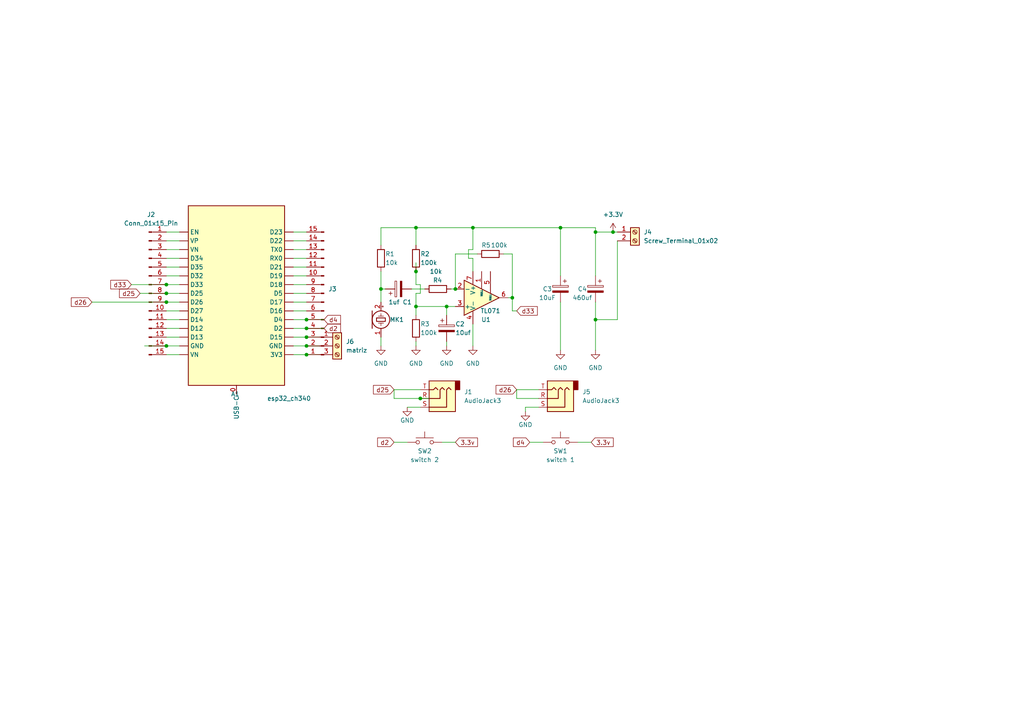
<source format=kicad_sch>
(kicad_sch (version 20230121) (generator eeschema)

  (uuid 5a225d09-4daa-4b00-a8e3-6f5d571ee864)

  (paper "A4")

  (lib_symbols
    (symbol "Amplifier_Operational:TL071" (pin_names (offset 0.127)) (in_bom yes) (on_board yes)
      (property "Reference" "U1" (at 8.89 4.1909 0)
        (effects (font (size 1.27 1.27)))
      )
      (property "Value" "TL071" (at 8.89 1.6509 0)
        (effects (font (size 1.27 1.27)))
      )
      (property "Footprint" "" (at 1.27 1.27 0)
        (effects (font (size 1.27 1.27)) hide)
      )
      (property "Datasheet" "http://www.ti.com/lit/ds/symlink/tl071.pdf" (at 3.81 3.81 0)
        (effects (font (size 1.27 1.27)) hide)
      )
      (property "ki_keywords" "singel opamp" (at 0 0 0)
        (effects (font (size 1.27 1.27)) hide)
      )
      (property "ki_description" "Single Low-Noise JFET-Input Operational Amplifiers, DIP-8/SOIC-8" (at 0 0 0)
        (effects (font (size 1.27 1.27)) hide)
      )
      (property "ki_fp_filters" "SOIC*3.9x4.9mm*P1.27mm* DIP*W7.62mm* TSSOP*3x3mm*P0.65mm*" (at 0 0 0)
        (effects (font (size 1.27 1.27)) hide)
      )
      (symbol "TL071_0_1"
        (polyline
          (pts
            (xy -5.08 5.08)
            (xy 5.08 0)
            (xy -5.08 -5.08)
            (xy -5.08 5.08)
          )
          (stroke (width 0.254) (type default))
          (fill (type background))
        )
      )
      (symbol "TL071_1_1"
        (pin input line (at 0 -7.62 90) (length 5.08)
          (name "NULL" (effects (font (size 0.508 0.508))))
          (number "1" (effects (font (size 1.27 1.27))))
        )
        (pin input line (at -7.62 -2.54 0) (length 2.54)
          (name "-" (effects (font (size 1.27 1.27))))
          (number "2" (effects (font (size 1.27 1.27))))
        )
        (pin input line (at -7.62 2.54 0) (length 2.54)
          (name "+" (effects (font (size 1.27 1.27))))
          (number "3" (effects (font (size 1.27 1.27))))
        )
        (pin power_in line (at -2.54 7.62 270) (length 3.81)
          (name "V-" (effects (font (size 1.27 1.27))))
          (number "4" (effects (font (size 1.27 1.27))))
        )
        (pin input line (at 2.54 -7.62 90) (length 6.35)
          (name "NULL" (effects (font (size 0.508 0.508))))
          (number "5" (effects (font (size 1.27 1.27))))
        )
        (pin output line (at 7.62 0 180) (length 2.54)
          (name "~" (effects (font (size 1.27 1.27))))
          (number "6" (effects (font (size 1.27 1.27))))
        )
        (pin power_in line (at -2.54 -7.62 90) (length 3.81)
          (name "V+" (effects (font (size 1.27 1.27))))
          (number "7" (effects (font (size 1.27 1.27))))
        )
        (pin no_connect line (at 0 2.54 270) (length 2.54) hide
          (name "NC" (effects (font (size 1.27 1.27))))
          (number "8" (effects (font (size 1.27 1.27))))
        )
      )
    )
    (symbol "Connector:Conn_01x15_Pin" (pin_names (offset 1.016) hide) (in_bom yes) (on_board yes)
      (property "Reference" "J" (at 0 20.32 0)
        (effects (font (size 1.27 1.27)))
      )
      (property "Value" "Conn_01x15_Pin" (at 0 -20.32 0)
        (effects (font (size 1.27 1.27)))
      )
      (property "Footprint" "" (at 0 0 0)
        (effects (font (size 1.27 1.27)) hide)
      )
      (property "Datasheet" "~" (at 0 0 0)
        (effects (font (size 1.27 1.27)) hide)
      )
      (property "ki_locked" "" (at 0 0 0)
        (effects (font (size 1.27 1.27)))
      )
      (property "ki_keywords" "connector" (at 0 0 0)
        (effects (font (size 1.27 1.27)) hide)
      )
      (property "ki_description" "Generic connector, single row, 01x15, script generated" (at 0 0 0)
        (effects (font (size 1.27 1.27)) hide)
      )
      (property "ki_fp_filters" "Connector*:*_1x??_*" (at 0 0 0)
        (effects (font (size 1.27 1.27)) hide)
      )
      (symbol "Conn_01x15_Pin_1_1"
        (polyline
          (pts
            (xy 1.27 -17.78)
            (xy 0.8636 -17.78)
          )
          (stroke (width 0.1524) (type default))
          (fill (type none))
        )
        (polyline
          (pts
            (xy 1.27 -15.24)
            (xy 0.8636 -15.24)
          )
          (stroke (width 0.1524) (type default))
          (fill (type none))
        )
        (polyline
          (pts
            (xy 1.27 -12.7)
            (xy 0.8636 -12.7)
          )
          (stroke (width 0.1524) (type default))
          (fill (type none))
        )
        (polyline
          (pts
            (xy 1.27 -10.16)
            (xy 0.8636 -10.16)
          )
          (stroke (width 0.1524) (type default))
          (fill (type none))
        )
        (polyline
          (pts
            (xy 1.27 -7.62)
            (xy 0.8636 -7.62)
          )
          (stroke (width 0.1524) (type default))
          (fill (type none))
        )
        (polyline
          (pts
            (xy 1.27 -5.08)
            (xy 0.8636 -5.08)
          )
          (stroke (width 0.1524) (type default))
          (fill (type none))
        )
        (polyline
          (pts
            (xy 1.27 -2.54)
            (xy 0.8636 -2.54)
          )
          (stroke (width 0.1524) (type default))
          (fill (type none))
        )
        (polyline
          (pts
            (xy 1.27 0)
            (xy 0.8636 0)
          )
          (stroke (width 0.1524) (type default))
          (fill (type none))
        )
        (polyline
          (pts
            (xy 1.27 2.54)
            (xy 0.8636 2.54)
          )
          (stroke (width 0.1524) (type default))
          (fill (type none))
        )
        (polyline
          (pts
            (xy 1.27 5.08)
            (xy 0.8636 5.08)
          )
          (stroke (width 0.1524) (type default))
          (fill (type none))
        )
        (polyline
          (pts
            (xy 1.27 7.62)
            (xy 0.8636 7.62)
          )
          (stroke (width 0.1524) (type default))
          (fill (type none))
        )
        (polyline
          (pts
            (xy 1.27 10.16)
            (xy 0.8636 10.16)
          )
          (stroke (width 0.1524) (type default))
          (fill (type none))
        )
        (polyline
          (pts
            (xy 1.27 12.7)
            (xy 0.8636 12.7)
          )
          (stroke (width 0.1524) (type default))
          (fill (type none))
        )
        (polyline
          (pts
            (xy 1.27 15.24)
            (xy 0.8636 15.24)
          )
          (stroke (width 0.1524) (type default))
          (fill (type none))
        )
        (polyline
          (pts
            (xy 1.27 17.78)
            (xy 0.8636 17.78)
          )
          (stroke (width 0.1524) (type default))
          (fill (type none))
        )
        (rectangle (start 0.8636 -17.653) (end 0 -17.907)
          (stroke (width 0.1524) (type default))
          (fill (type outline))
        )
        (rectangle (start 0.8636 -15.113) (end 0 -15.367)
          (stroke (width 0.1524) (type default))
          (fill (type outline))
        )
        (rectangle (start 0.8636 -12.573) (end 0 -12.827)
          (stroke (width 0.1524) (type default))
          (fill (type outline))
        )
        (rectangle (start 0.8636 -10.033) (end 0 -10.287)
          (stroke (width 0.1524) (type default))
          (fill (type outline))
        )
        (rectangle (start 0.8636 -7.493) (end 0 -7.747)
          (stroke (width 0.1524) (type default))
          (fill (type outline))
        )
        (rectangle (start 0.8636 -4.953) (end 0 -5.207)
          (stroke (width 0.1524) (type default))
          (fill (type outline))
        )
        (rectangle (start 0.8636 -2.413) (end 0 -2.667)
          (stroke (width 0.1524) (type default))
          (fill (type outline))
        )
        (rectangle (start 0.8636 0.127) (end 0 -0.127)
          (stroke (width 0.1524) (type default))
          (fill (type outline))
        )
        (rectangle (start 0.8636 2.667) (end 0 2.413)
          (stroke (width 0.1524) (type default))
          (fill (type outline))
        )
        (rectangle (start 0.8636 5.207) (end 0 4.953)
          (stroke (width 0.1524) (type default))
          (fill (type outline))
        )
        (rectangle (start 0.8636 7.747) (end 0 7.493)
          (stroke (width 0.1524) (type default))
          (fill (type outline))
        )
        (rectangle (start 0.8636 10.287) (end 0 10.033)
          (stroke (width 0.1524) (type default))
          (fill (type outline))
        )
        (rectangle (start 0.8636 12.827) (end 0 12.573)
          (stroke (width 0.1524) (type default))
          (fill (type outline))
        )
        (rectangle (start 0.8636 15.367) (end 0 15.113)
          (stroke (width 0.1524) (type default))
          (fill (type outline))
        )
        (rectangle (start 0.8636 17.907) (end 0 17.653)
          (stroke (width 0.1524) (type default))
          (fill (type outline))
        )
        (pin passive line (at 5.08 17.78 180) (length 3.81)
          (name "Pin_1" (effects (font (size 1.27 1.27))))
          (number "1" (effects (font (size 1.27 1.27))))
        )
        (pin passive line (at 5.08 -5.08 180) (length 3.81)
          (name "Pin_10" (effects (font (size 1.27 1.27))))
          (number "10" (effects (font (size 1.27 1.27))))
        )
        (pin passive line (at 5.08 -7.62 180) (length 3.81)
          (name "Pin_11" (effects (font (size 1.27 1.27))))
          (number "11" (effects (font (size 1.27 1.27))))
        )
        (pin passive line (at 5.08 -10.16 180) (length 3.81)
          (name "Pin_12" (effects (font (size 1.27 1.27))))
          (number "12" (effects (font (size 1.27 1.27))))
        )
        (pin passive line (at 5.08 -12.7 180) (length 3.81)
          (name "Pin_13" (effects (font (size 1.27 1.27))))
          (number "13" (effects (font (size 1.27 1.27))))
        )
        (pin passive line (at 5.08 -15.24 180) (length 3.81)
          (name "Pin_14" (effects (font (size 1.27 1.27))))
          (number "14" (effects (font (size 1.27 1.27))))
        )
        (pin passive line (at 5.08 -17.78 180) (length 3.81)
          (name "Pin_15" (effects (font (size 1.27 1.27))))
          (number "15" (effects (font (size 1.27 1.27))))
        )
        (pin passive line (at 5.08 15.24 180) (length 3.81)
          (name "Pin_2" (effects (font (size 1.27 1.27))))
          (number "2" (effects (font (size 1.27 1.27))))
        )
        (pin passive line (at 5.08 12.7 180) (length 3.81)
          (name "Pin_3" (effects (font (size 1.27 1.27))))
          (number "3" (effects (font (size 1.27 1.27))))
        )
        (pin passive line (at 5.08 10.16 180) (length 3.81)
          (name "Pin_4" (effects (font (size 1.27 1.27))))
          (number "4" (effects (font (size 1.27 1.27))))
        )
        (pin passive line (at 5.08 7.62 180) (length 3.81)
          (name "Pin_5" (effects (font (size 1.27 1.27))))
          (number "5" (effects (font (size 1.27 1.27))))
        )
        (pin passive line (at 5.08 5.08 180) (length 3.81)
          (name "Pin_6" (effects (font (size 1.27 1.27))))
          (number "6" (effects (font (size 1.27 1.27))))
        )
        (pin passive line (at 5.08 2.54 180) (length 3.81)
          (name "Pin_7" (effects (font (size 1.27 1.27))))
          (number "7" (effects (font (size 1.27 1.27))))
        )
        (pin passive line (at 5.08 0 180) (length 3.81)
          (name "Pin_8" (effects (font (size 1.27 1.27))))
          (number "8" (effects (font (size 1.27 1.27))))
        )
        (pin passive line (at 5.08 -2.54 180) (length 3.81)
          (name "Pin_9" (effects (font (size 1.27 1.27))))
          (number "9" (effects (font (size 1.27 1.27))))
        )
      )
    )
    (symbol "Connector:Screw_Terminal_01x02" (pin_names (offset 1.016) hide) (in_bom yes) (on_board yes)
      (property "Reference" "J" (at 0 2.54 0)
        (effects (font (size 1.27 1.27)))
      )
      (property "Value" "Screw_Terminal_01x02" (at 0 -5.08 0)
        (effects (font (size 1.27 1.27)))
      )
      (property "Footprint" "" (at 0 0 0)
        (effects (font (size 1.27 1.27)) hide)
      )
      (property "Datasheet" "~" (at 0 0 0)
        (effects (font (size 1.27 1.27)) hide)
      )
      (property "ki_keywords" "screw terminal" (at 0 0 0)
        (effects (font (size 1.27 1.27)) hide)
      )
      (property "ki_description" "Generic screw terminal, single row, 01x02, script generated (kicad-library-utils/schlib/autogen/connector/)" (at 0 0 0)
        (effects (font (size 1.27 1.27)) hide)
      )
      (property "ki_fp_filters" "TerminalBlock*:*" (at 0 0 0)
        (effects (font (size 1.27 1.27)) hide)
      )
      (symbol "Screw_Terminal_01x02_1_1"
        (rectangle (start -1.27 1.27) (end 1.27 -3.81)
          (stroke (width 0.254) (type default))
          (fill (type background))
        )
        (circle (center 0 -2.54) (radius 0.635)
          (stroke (width 0.1524) (type default))
          (fill (type none))
        )
        (polyline
          (pts
            (xy -0.5334 -2.2098)
            (xy 0.3302 -3.048)
          )
          (stroke (width 0.1524) (type default))
          (fill (type none))
        )
        (polyline
          (pts
            (xy -0.5334 0.3302)
            (xy 0.3302 -0.508)
          )
          (stroke (width 0.1524) (type default))
          (fill (type none))
        )
        (polyline
          (pts
            (xy -0.3556 -2.032)
            (xy 0.508 -2.8702)
          )
          (stroke (width 0.1524) (type default))
          (fill (type none))
        )
        (polyline
          (pts
            (xy -0.3556 0.508)
            (xy 0.508 -0.3302)
          )
          (stroke (width 0.1524) (type default))
          (fill (type none))
        )
        (circle (center 0 0) (radius 0.635)
          (stroke (width 0.1524) (type default))
          (fill (type none))
        )
        (pin passive line (at -5.08 0 0) (length 3.81)
          (name "Pin_1" (effects (font (size 1.27 1.27))))
          (number "1" (effects (font (size 1.27 1.27))))
        )
        (pin passive line (at -5.08 -2.54 0) (length 3.81)
          (name "Pin_2" (effects (font (size 1.27 1.27))))
          (number "2" (effects (font (size 1.27 1.27))))
        )
      )
    )
    (symbol "Connector:Screw_Terminal_01x03" (pin_names (offset 1.016) hide) (in_bom yes) (on_board yes)
      (property "Reference" "J" (at 0 5.08 0)
        (effects (font (size 1.27 1.27)))
      )
      (property "Value" "Screw_Terminal_01x03" (at 0 -5.08 0)
        (effects (font (size 1.27 1.27)))
      )
      (property "Footprint" "" (at 0 0 0)
        (effects (font (size 1.27 1.27)) hide)
      )
      (property "Datasheet" "~" (at 0 0 0)
        (effects (font (size 1.27 1.27)) hide)
      )
      (property "ki_keywords" "screw terminal" (at 0 0 0)
        (effects (font (size 1.27 1.27)) hide)
      )
      (property "ki_description" "Generic screw terminal, single row, 01x03, script generated (kicad-library-utils/schlib/autogen/connector/)" (at 0 0 0)
        (effects (font (size 1.27 1.27)) hide)
      )
      (property "ki_fp_filters" "TerminalBlock*:*" (at 0 0 0)
        (effects (font (size 1.27 1.27)) hide)
      )
      (symbol "Screw_Terminal_01x03_1_1"
        (rectangle (start -1.27 3.81) (end 1.27 -3.81)
          (stroke (width 0.254) (type default))
          (fill (type background))
        )
        (circle (center 0 -2.54) (radius 0.635)
          (stroke (width 0.1524) (type default))
          (fill (type none))
        )
        (polyline
          (pts
            (xy -0.5334 -2.2098)
            (xy 0.3302 -3.048)
          )
          (stroke (width 0.1524) (type default))
          (fill (type none))
        )
        (polyline
          (pts
            (xy -0.5334 0.3302)
            (xy 0.3302 -0.508)
          )
          (stroke (width 0.1524) (type default))
          (fill (type none))
        )
        (polyline
          (pts
            (xy -0.5334 2.8702)
            (xy 0.3302 2.032)
          )
          (stroke (width 0.1524) (type default))
          (fill (type none))
        )
        (polyline
          (pts
            (xy -0.3556 -2.032)
            (xy 0.508 -2.8702)
          )
          (stroke (width 0.1524) (type default))
          (fill (type none))
        )
        (polyline
          (pts
            (xy -0.3556 0.508)
            (xy 0.508 -0.3302)
          )
          (stroke (width 0.1524) (type default))
          (fill (type none))
        )
        (polyline
          (pts
            (xy -0.3556 3.048)
            (xy 0.508 2.2098)
          )
          (stroke (width 0.1524) (type default))
          (fill (type none))
        )
        (circle (center 0 0) (radius 0.635)
          (stroke (width 0.1524) (type default))
          (fill (type none))
        )
        (circle (center 0 2.54) (radius 0.635)
          (stroke (width 0.1524) (type default))
          (fill (type none))
        )
        (pin passive line (at -5.08 2.54 0) (length 3.81)
          (name "Pin_1" (effects (font (size 1.27 1.27))))
          (number "1" (effects (font (size 1.27 1.27))))
        )
        (pin passive line (at -5.08 0 0) (length 3.81)
          (name "Pin_2" (effects (font (size 1.27 1.27))))
          (number "2" (effects (font (size 1.27 1.27))))
        )
        (pin passive line (at -5.08 -2.54 0) (length 3.81)
          (name "Pin_3" (effects (font (size 1.27 1.27))))
          (number "3" (effects (font (size 1.27 1.27))))
        )
      )
    )
    (symbol "Connector_Audio:AudioJack3" (in_bom yes) (on_board yes)
      (property "Reference" "J" (at 0 8.89 0)
        (effects (font (size 1.27 1.27)))
      )
      (property "Value" "AudioJack3" (at 0 6.35 0)
        (effects (font (size 1.27 1.27)))
      )
      (property "Footprint" "" (at 0 0 0)
        (effects (font (size 1.27 1.27)) hide)
      )
      (property "Datasheet" "~" (at 0 0 0)
        (effects (font (size 1.27 1.27)) hide)
      )
      (property "ki_keywords" "audio jack receptacle stereo headphones phones TRS connector" (at 0 0 0)
        (effects (font (size 1.27 1.27)) hide)
      )
      (property "ki_description" "Audio Jack, 3 Poles (Stereo / TRS)" (at 0 0 0)
        (effects (font (size 1.27 1.27)) hide)
      )
      (property "ki_fp_filters" "Jack*" (at 0 0 0)
        (effects (font (size 1.27 1.27)) hide)
      )
      (symbol "AudioJack3_0_1"
        (rectangle (start -5.08 -5.08) (end -6.35 -2.54)
          (stroke (width 0.254) (type default))
          (fill (type outline))
        )
        (polyline
          (pts
            (xy 0 -2.54)
            (xy 0.635 -3.175)
            (xy 1.27 -2.54)
            (xy 2.54 -2.54)
          )
          (stroke (width 0.254) (type default))
          (fill (type none))
        )
        (polyline
          (pts
            (xy -1.905 -2.54)
            (xy -1.27 -3.175)
            (xy -0.635 -2.54)
            (xy -0.635 0)
            (xy 2.54 0)
          )
          (stroke (width 0.254) (type default))
          (fill (type none))
        )
        (polyline
          (pts
            (xy 2.54 2.54)
            (xy -2.54 2.54)
            (xy -2.54 -2.54)
            (xy -3.175 -3.175)
            (xy -3.81 -2.54)
          )
          (stroke (width 0.254) (type default))
          (fill (type none))
        )
        (rectangle (start 2.54 3.81) (end -5.08 -5.08)
          (stroke (width 0.254) (type default))
          (fill (type background))
        )
      )
      (symbol "AudioJack3_1_1"
        (pin passive line (at 5.08 0 180) (length 2.54)
          (name "~" (effects (font (size 1.27 1.27))))
          (number "R" (effects (font (size 1.27 1.27))))
        )
        (pin passive line (at 5.08 2.54 180) (length 2.54)
          (name "~" (effects (font (size 1.27 1.27))))
          (number "S" (effects (font (size 1.27 1.27))))
        )
        (pin passive line (at 5.08 -2.54 180) (length 2.54)
          (name "~" (effects (font (size 1.27 1.27))))
          (number "T" (effects (font (size 1.27 1.27))))
        )
      )
    )
    (symbol "Device:C_Polarized" (pin_numbers hide) (pin_names (offset 0.254)) (in_bom yes) (on_board yes)
      (property "Reference" "C" (at 0.635 2.54 0)
        (effects (font (size 1.27 1.27)) (justify left))
      )
      (property "Value" "C_Polarized" (at 0.635 -2.54 0)
        (effects (font (size 1.27 1.27)) (justify left))
      )
      (property "Footprint" "" (at 0.9652 -3.81 0)
        (effects (font (size 1.27 1.27)) hide)
      )
      (property "Datasheet" "~" (at 0 0 0)
        (effects (font (size 1.27 1.27)) hide)
      )
      (property "ki_keywords" "cap capacitor" (at 0 0 0)
        (effects (font (size 1.27 1.27)) hide)
      )
      (property "ki_description" "Polarized capacitor" (at 0 0 0)
        (effects (font (size 1.27 1.27)) hide)
      )
      (property "ki_fp_filters" "CP_*" (at 0 0 0)
        (effects (font (size 1.27 1.27)) hide)
      )
      (symbol "C_Polarized_0_1"
        (rectangle (start -2.286 0.508) (end 2.286 1.016)
          (stroke (width 0) (type default))
          (fill (type none))
        )
        (polyline
          (pts
            (xy -1.778 2.286)
            (xy -0.762 2.286)
          )
          (stroke (width 0) (type default))
          (fill (type none))
        )
        (polyline
          (pts
            (xy -1.27 2.794)
            (xy -1.27 1.778)
          )
          (stroke (width 0) (type default))
          (fill (type none))
        )
        (rectangle (start 2.286 -0.508) (end -2.286 -1.016)
          (stroke (width 0) (type default))
          (fill (type outline))
        )
      )
      (symbol "C_Polarized_1_1"
        (pin passive line (at 0 3.81 270) (length 2.794)
          (name "~" (effects (font (size 1.27 1.27))))
          (number "1" (effects (font (size 1.27 1.27))))
        )
        (pin passive line (at 0 -3.81 90) (length 2.794)
          (name "~" (effects (font (size 1.27 1.27))))
          (number "2" (effects (font (size 1.27 1.27))))
        )
      )
    )
    (symbol "Device:Microphone_Crystal" (pin_names (offset 0.0254) hide) (in_bom yes) (on_board yes)
      (property "Reference" "MK" (at -3.81 1.143 0)
        (effects (font (size 1.27 1.27)) (justify right))
      )
      (property "Value" "Microphone_Crystal" (at -3.81 -0.762 0)
        (effects (font (size 1.27 1.27)) (justify right))
      )
      (property "Footprint" "" (at 1.27 -1.778 90)
        (effects (font (size 1.27 1.27)) (justify left) hide)
      )
      (property "Datasheet" "~" (at 0 2.54 90)
        (effects (font (size 1.27 1.27)) hide)
      )
      (property "ki_keywords" "microphone crystal" (at 0 0 0)
        (effects (font (size 1.27 1.27)) hide)
      )
      (property "ki_description" "Crystal microphone" (at 0 0 0)
        (effects (font (size 1.27 1.27)) hide)
      )
      (symbol "Microphone_Crystal_0_1"
        (rectangle (start -1.27 0.508) (end 1.27 -0.508)
          (stroke (width 0.254) (type default))
          (fill (type none))
        )
        (polyline
          (pts
            (xy -2.54 2.54)
            (xy -2.54 -2.54)
          )
          (stroke (width 0.254) (type default))
          (fill (type none))
        )
        (polyline
          (pts
            (xy -0.762 -1.016)
            (xy 0.762 -1.016)
          )
          (stroke (width 0) (type default))
          (fill (type none))
        )
        (polyline
          (pts
            (xy -0.762 1.016)
            (xy 0.762 1.016)
          )
          (stroke (width 0) (type default))
          (fill (type none))
        )
        (polyline
          (pts
            (xy 0 -1.016)
            (xy 0 -1.778)
          )
          (stroke (width 0) (type default))
          (fill (type none))
        )
        (polyline
          (pts
            (xy 0 1.016)
            (xy 0 1.778)
          )
          (stroke (width 0) (type default))
          (fill (type none))
        )
        (polyline
          (pts
            (xy 0.254 3.81)
            (xy 0.762 3.81)
          )
          (stroke (width 0) (type default))
          (fill (type none))
        )
        (polyline
          (pts
            (xy 0.508 4.064)
            (xy 0.508 3.556)
          )
          (stroke (width 0) (type default))
          (fill (type none))
        )
        (circle (center 0 0) (radius 2.54)
          (stroke (width 0.254) (type default))
          (fill (type none))
        )
      )
      (symbol "Microphone_Crystal_1_1"
        (pin passive line (at 0 -5.08 90) (length 2.54)
          (name "-" (effects (font (size 1.27 1.27))))
          (number "1" (effects (font (size 1.27 1.27))))
        )
        (pin passive line (at 0 5.08 270) (length 2.54)
          (name "+" (effects (font (size 1.27 1.27))))
          (number "2" (effects (font (size 1.27 1.27))))
        )
      )
    )
    (symbol "Device:R" (pin_numbers hide) (pin_names (offset 0)) (in_bom yes) (on_board yes)
      (property "Reference" "R" (at 2.032 0 90)
        (effects (font (size 1.27 1.27)))
      )
      (property "Value" "R" (at 0 0 90)
        (effects (font (size 1.27 1.27)))
      )
      (property "Footprint" "" (at -1.778 0 90)
        (effects (font (size 1.27 1.27)) hide)
      )
      (property "Datasheet" "~" (at 0 0 0)
        (effects (font (size 1.27 1.27)) hide)
      )
      (property "ki_keywords" "R res resistor" (at 0 0 0)
        (effects (font (size 1.27 1.27)) hide)
      )
      (property "ki_description" "Resistor" (at 0 0 0)
        (effects (font (size 1.27 1.27)) hide)
      )
      (property "ki_fp_filters" "R_*" (at 0 0 0)
        (effects (font (size 1.27 1.27)) hide)
      )
      (symbol "R_0_1"
        (rectangle (start -1.016 -2.54) (end 1.016 2.54)
          (stroke (width 0.254) (type default))
          (fill (type none))
        )
      )
      (symbol "R_1_1"
        (pin passive line (at 0 3.81 270) (length 1.27)
          (name "~" (effects (font (size 1.27 1.27))))
          (number "1" (effects (font (size 1.27 1.27))))
        )
        (pin passive line (at 0 -3.81 90) (length 1.27)
          (name "~" (effects (font (size 1.27 1.27))))
          (number "2" (effects (font (size 1.27 1.27))))
        )
      )
    )
    (symbol "MCU_Module:Adafruit_Feather_HUZZAH32_ESP32" (in_bom yes) (on_board yes)
      (property "Reference" "A1" (at 2.1941 -33.02 0)
        (effects (font (size 1.27 1.27)) (justify left))
      )
      (property "Value" "esp32_ch340" (at 12.7 -34.29 0)
        (effects (font (size 1.27 1.27)) (justify left))
      )
      (property "Footprint" "Module:Adafruit_Feather" (at 2.54 -34.29 0)
        (effects (font (size 1.27 1.27)) (justify left) hide)
      )
      (property "Datasheet" "https://cdn-learn.adafruit.com/downloads/pdf/adafruit-huzzah32-esp32-feather.pdf" (at 0 -30.48 0)
        (effects (font (size 1.27 1.27)) hide)
      )
      (property "ki_keywords" "Adafruit feather microcontroller module USB" (at 0 0 0)
        (effects (font (size 1.27 1.27)) hide)
      )
      (property "ki_description" "Microcontroller module with ESP32 MCU" (at 0 0 0)
        (effects (font (size 1.27 1.27)) hide)
      )
      (property "ki_fp_filters" "Adafruit*Feather*" (at 0 0 0)
        (effects (font (size 1.27 1.27)) hide)
      )
      (symbol "Adafruit_Feather_HUZZAH32_ESP32_0_1"
        (rectangle (start -10.16 21.59) (end 17.78 -30.48)
          (stroke (width 0.254) (type default))
          (fill (type background))
        )
      )
      (symbol "Adafruit_Feather_HUZZAH32_ESP32_1_1"
        (pin bidirectional line (at 20.32 -21.59 180) (length 2.54)
          (name "3V3" (effects (font (size 1.27 1.27))))
          (number "" (effects (font (size 1.27 1.27))))
        )
        (pin bidirectional line (at -12.7 -13.97 0) (length 2.54)
          (name "D12" (effects (font (size 1.27 1.27))))
          (number "" (effects (font (size 1.27 1.27))))
        )
        (pin bidirectional line (at -12.7 -16.51 0) (length 2.54)
          (name "D13" (effects (font (size 1.27 1.27))))
          (number "" (effects (font (size 1.27 1.27))))
        )
        (pin bidirectional line (at -12.7 -11.43 0) (length 2.54)
          (name "D14" (effects (font (size 1.27 1.27))))
          (number "" (effects (font (size 1.27 1.27))))
        )
        (pin bidirectional line (at 20.32 -16.51 180) (length 2.54)
          (name "D15" (effects (font (size 1.27 1.27))))
          (number "" (effects (font (size 1.27 1.27))))
        )
        (pin bidirectional line (at 20.32 -8.89 180) (length 2.54)
          (name "D16" (effects (font (size 1.27 1.27))))
          (number "" (effects (font (size 1.27 1.27))))
        )
        (pin bidirectional line (at 20.32 -6.35 180) (length 2.54)
          (name "D17" (effects (font (size 1.27 1.27))))
          (number "" (effects (font (size 1.27 1.27))))
        )
        (pin bidirectional line (at 20.32 -1.27 180) (length 2.54)
          (name "D18" (effects (font (size 1.27 1.27))))
          (number "" (effects (font (size 1.27 1.27))))
        )
        (pin bidirectional line (at 20.32 1.27 180) (length 2.54)
          (name "D19" (effects (font (size 1.27 1.27))))
          (number "" (effects (font (size 1.27 1.27))))
        )
        (pin bidirectional line (at 20.32 -13.97 180) (length 2.54)
          (name "D2" (effects (font (size 1.27 1.27))))
          (number "" (effects (font (size 1.27 1.27))))
        )
        (pin bidirectional line (at 20.32 3.81 180) (length 2.54)
          (name "D21" (effects (font (size 1.27 1.27))))
          (number "" (effects (font (size 1.27 1.27))))
        )
        (pin bidirectional line (at 20.32 11.43 180) (length 2.54)
          (name "D22" (effects (font (size 1.27 1.27))))
          (number "" (effects (font (size 1.27 1.27))))
        )
        (pin bidirectional line (at 20.32 13.97 180) (length 2.54)
          (name "D23" (effects (font (size 1.27 1.27))))
          (number "" (effects (font (size 1.27 1.27))))
        )
        (pin bidirectional line (at -12.7 -3.81 0) (length 2.54)
          (name "D25" (effects (font (size 1.27 1.27))))
          (number "" (effects (font (size 1.27 1.27))))
        )
        (pin bidirectional line (at -12.7 -6.35 0) (length 2.54)
          (name "D26" (effects (font (size 1.27 1.27))))
          (number "" (effects (font (size 1.27 1.27))))
        )
        (pin bidirectional line (at -12.7 -8.89 0) (length 2.54)
          (name "D27" (effects (font (size 1.27 1.27))))
          (number "" (effects (font (size 1.27 1.27))))
        )
        (pin bidirectional line (at -12.7 1.27 0) (length 2.54)
          (name "D32" (effects (font (size 1.27 1.27))))
          (number "" (effects (font (size 1.27 1.27))))
        )
        (pin bidirectional line (at -12.7 -1.27 0) (length 2.54)
          (name "D33" (effects (font (size 1.27 1.27))))
          (number "" (effects (font (size 1.27 1.27))))
        )
        (pin bidirectional line (at -12.7 6.35 0) (length 2.54)
          (name "D34" (effects (font (size 1.27 1.27))))
          (number "" (effects (font (size 1.27 1.27))))
        )
        (pin bidirectional line (at -12.7 3.81 0) (length 2.54)
          (name "D35" (effects (font (size 1.27 1.27))))
          (number "" (effects (font (size 1.27 1.27))))
        )
        (pin bidirectional line (at 20.32 -11.43 180) (length 2.54)
          (name "D4" (effects (font (size 1.27 1.27))))
          (number "" (effects (font (size 1.27 1.27))))
        )
        (pin bidirectional line (at 20.32 -3.81 180) (length 2.54)
          (name "D5" (effects (font (size 1.27 1.27))))
          (number "" (effects (font (size 1.27 1.27))))
        )
        (pin bidirectional line (at -12.7 13.97 0) (length 2.54)
          (name "EN" (effects (font (size 1.27 1.27))))
          (number "" (effects (font (size 1.27 1.27))))
        )
        (pin bidirectional line (at -12.7 -19.05 0) (length 2.54)
          (name "GND" (effects (font (size 1.27 1.27))))
          (number "" (effects (font (size 1.27 1.27))))
        )
        (pin bidirectional line (at 20.32 -19.05 180) (length 2.54)
          (name "GND" (effects (font (size 1.27 1.27))))
          (number "" (effects (font (size 1.27 1.27))))
        )
        (pin bidirectional line (at 20.32 6.35 180) (length 2.54)
          (name "RX0" (effects (font (size 1.27 1.27))))
          (number "" (effects (font (size 1.27 1.27))))
        )
        (pin bidirectional line (at 20.32 8.89 180) (length 2.54)
          (name "TX0" (effects (font (size 1.27 1.27))))
          (number "" (effects (font (size 1.27 1.27))))
        )
        (pin bidirectional line (at -12.7 -21.59 0) (length 2.54)
          (name "VN" (effects (font (size 1.27 1.27))))
          (number "" (effects (font (size 1.27 1.27))))
        )
        (pin bidirectional line (at -12.7 8.89 0) (length 2.54)
          (name "VN" (effects (font (size 1.27 1.27))))
          (number "" (effects (font (size 1.27 1.27))))
        )
        (pin bidirectional line (at -12.7 11.43 0) (length 2.54)
          (name "VP" (effects (font (size 1.27 1.27))))
          (number "" (effects (font (size 1.27 1.27))))
        )
        (pin bidirectional line (at 3.81 -30.48 270) (length 2.54)
          (name "USB-C" (effects (font (size 1.27 1.27))))
          (number "0" (effects (font (size 1.27 1.27))))
        )
        (pin no_connect line (at 10.16 10.16 180) (length 2.54) hide
          (name "NC" (effects (font (size 1.27 1.27))))
          (number "3" (effects (font (size 1.27 1.27))))
        )
      )
    )
    (symbol "Switch:SW_Push" (pin_numbers hide) (pin_names (offset 1.016) hide) (in_bom yes) (on_board yes)
      (property "Reference" "SW" (at 1.27 2.54 0)
        (effects (font (size 1.27 1.27)) (justify left))
      )
      (property "Value" "SW_Push" (at 0 -1.524 0)
        (effects (font (size 1.27 1.27)))
      )
      (property "Footprint" "" (at 0 5.08 0)
        (effects (font (size 1.27 1.27)) hide)
      )
      (property "Datasheet" "~" (at 0 5.08 0)
        (effects (font (size 1.27 1.27)) hide)
      )
      (property "ki_keywords" "switch normally-open pushbutton push-button" (at 0 0 0)
        (effects (font (size 1.27 1.27)) hide)
      )
      (property "ki_description" "Push button switch, generic, two pins" (at 0 0 0)
        (effects (font (size 1.27 1.27)) hide)
      )
      (symbol "SW_Push_0_1"
        (circle (center -2.032 0) (radius 0.508)
          (stroke (width 0) (type default))
          (fill (type none))
        )
        (polyline
          (pts
            (xy 0 1.27)
            (xy 0 3.048)
          )
          (stroke (width 0) (type default))
          (fill (type none))
        )
        (polyline
          (pts
            (xy 2.54 1.27)
            (xy -2.54 1.27)
          )
          (stroke (width 0) (type default))
          (fill (type none))
        )
        (circle (center 2.032 0) (radius 0.508)
          (stroke (width 0) (type default))
          (fill (type none))
        )
        (pin passive line (at -5.08 0 0) (length 2.54)
          (name "1" (effects (font (size 1.27 1.27))))
          (number "1" (effects (font (size 1.27 1.27))))
        )
        (pin passive line (at 5.08 0 180) (length 2.54)
          (name "2" (effects (font (size 1.27 1.27))))
          (number "2" (effects (font (size 1.27 1.27))))
        )
      )
    )
    (symbol "power:+3.3V" (power) (pin_names (offset 0)) (in_bom yes) (on_board yes)
      (property "Reference" "#PWR" (at 0 -3.81 0)
        (effects (font (size 1.27 1.27)) hide)
      )
      (property "Value" "+3.3V" (at 0 3.556 0)
        (effects (font (size 1.27 1.27)))
      )
      (property "Footprint" "" (at 0 0 0)
        (effects (font (size 1.27 1.27)) hide)
      )
      (property "Datasheet" "" (at 0 0 0)
        (effects (font (size 1.27 1.27)) hide)
      )
      (property "ki_keywords" "global power" (at 0 0 0)
        (effects (font (size 1.27 1.27)) hide)
      )
      (property "ki_description" "Power symbol creates a global label with name \"+3.3V\"" (at 0 0 0)
        (effects (font (size 1.27 1.27)) hide)
      )
      (symbol "+3.3V_0_1"
        (polyline
          (pts
            (xy -0.762 1.27)
            (xy 0 2.54)
          )
          (stroke (width 0) (type default))
          (fill (type none))
        )
        (polyline
          (pts
            (xy 0 0)
            (xy 0 2.54)
          )
          (stroke (width 0) (type default))
          (fill (type none))
        )
        (polyline
          (pts
            (xy 0 2.54)
            (xy 0.762 1.27)
          )
          (stroke (width 0) (type default))
          (fill (type none))
        )
      )
      (symbol "+3.3V_1_1"
        (pin power_in line (at 0 0 90) (length 0) hide
          (name "+3.3V" (effects (font (size 1.27 1.27))))
          (number "1" (effects (font (size 1.27 1.27))))
        )
      )
    )
    (symbol "power:GND" (power) (pin_names (offset 0)) (in_bom yes) (on_board yes)
      (property "Reference" "#PWR" (at 0 -6.35 0)
        (effects (font (size 1.27 1.27)) hide)
      )
      (property "Value" "GND" (at 0 -3.81 0)
        (effects (font (size 1.27 1.27)))
      )
      (property "Footprint" "" (at 0 0 0)
        (effects (font (size 1.27 1.27)) hide)
      )
      (property "Datasheet" "" (at 0 0 0)
        (effects (font (size 1.27 1.27)) hide)
      )
      (property "ki_keywords" "global power" (at 0 0 0)
        (effects (font (size 1.27 1.27)) hide)
      )
      (property "ki_description" "Power symbol creates a global label with name \"GND\" , ground" (at 0 0 0)
        (effects (font (size 1.27 1.27)) hide)
      )
      (symbol "GND_0_1"
        (polyline
          (pts
            (xy 0 0)
            (xy 0 -1.27)
            (xy 1.27 -1.27)
            (xy 0 -2.54)
            (xy -1.27 -1.27)
            (xy 0 -1.27)
          )
          (stroke (width 0) (type default))
          (fill (type none))
        )
      )
      (symbol "GND_1_1"
        (pin power_in line (at 0 0 270) (length 0) hide
          (name "GND" (effects (font (size 1.27 1.27))))
          (number "1" (effects (font (size 1.27 1.27))))
        )
      )
    )
  )

  (junction (at 88.9 102.87) (diameter 0) (color 0 0 0 0)
    (uuid 0df1135b-d31b-4059-8509-bd1136265bc6)
  )
  (junction (at 88.9 95.25) (diameter 0) (color 0 0 0 0)
    (uuid 2086f1d1-0cb1-48bc-b554-bf74c7fa07c6)
  )
  (junction (at 120.65 66.04) (diameter 0) (color 0 0 0 0)
    (uuid 26dfd2db-add7-46ce-b25d-df4544e88553)
  )
  (junction (at 48.26 82.55) (diameter 0) (color 0 0 0 0)
    (uuid 27dd9145-d2f6-496d-a0eb-ec649bd38f0f)
  )
  (junction (at 110.49 83.82) (diameter 0) (color 0 0 0 0)
    (uuid 33ebf1b0-3d0d-4b72-841c-92084b32e642)
  )
  (junction (at 121.92 115.57) (diameter 0) (color 0 0 0 0)
    (uuid 4037fbf0-fb71-4a3f-80d8-2c98f2363408)
  )
  (junction (at 88.9 100.33) (diameter 0) (color 0 0 0 0)
    (uuid 6269dd96-bb9e-43dc-8ae3-7b32671957a4)
  )
  (junction (at 172.72 67.31) (diameter 0) (color 0 0 0 0)
    (uuid a4bd1741-557e-4697-aa17-56e9f7c4048a)
  )
  (junction (at 48.26 87.63) (diameter 0) (color 0 0 0 0)
    (uuid ae1d5ec3-eb70-4bc7-979a-285fb84aae72)
  )
  (junction (at 88.9 97.79) (diameter 0) (color 0 0 0 0)
    (uuid b3cafc14-2e31-4819-9520-734bdbd7887d)
  )
  (junction (at 129.54 88.9) (diameter 0) (color 0 0 0 0)
    (uuid b41298ba-5c06-461c-84b4-f9861ad70c30)
  )
  (junction (at 132.08 83.82) (diameter 0) (color 0 0 0 0)
    (uuid b5866df5-4700-4ac7-9f55-b1234fb754e4)
  )
  (junction (at 172.72 92.71) (diameter 0) (color 0 0 0 0)
    (uuid b5e18697-67a5-4cd4-8f3f-d7d766535a71)
  )
  (junction (at 162.56 66.04) (diameter 0) (color 0 0 0 0)
    (uuid bad9cb0b-d3a6-4975-afe9-9bee0f13d9de)
  )
  (junction (at 88.9 92.71) (diameter 0) (color 0 0 0 0)
    (uuid bb078389-a594-4a73-9db1-f02d3448c6ea)
  )
  (junction (at 120.65 88.9) (diameter 0) (color 0 0 0 0)
    (uuid c71e3d3c-73c8-49e1-ac8d-4fa9b11aaa39)
  )
  (junction (at 120.65 78.74) (diameter 0) (color 0 0 0 0)
    (uuid c8f6679b-c1e4-4188-ac6b-6ebcc6ad374b)
  )
  (junction (at 177.8 67.31) (diameter 0) (color 0 0 0 0)
    (uuid d5cdc6c6-b293-4c28-8586-f89f476f8827)
  )
  (junction (at 148.59 86.36) (diameter 0) (color 0 0 0 0)
    (uuid daf1bed2-2a1a-430c-b582-7ec9da6de53c)
  )
  (junction (at 137.16 66.04) (diameter 0) (color 0 0 0 0)
    (uuid ec1971b1-2625-4e9d-a3fc-e6597f7c655b)
  )
  (junction (at 48.26 85.09) (diameter 0) (color 0 0 0 0)
    (uuid ed1c83ed-9803-45e5-ab63-5079f2a729ec)
  )
  (junction (at 48.26 100.33) (diameter 0) (color 0 0 0 0)
    (uuid f13792f7-47ca-4a54-9890-81e00a695811)
  )

  (wire (pts (xy 137.16 66.04) (xy 162.56 66.04))
    (stroke (width 0) (type default))
    (uuid 00e65f83-9260-44fd-99f5-868904b06caf)
  )
  (wire (pts (xy 48.26 100.33) (xy 52.07 100.33))
    (stroke (width 0) (type default))
    (uuid 061f48eb-866f-4f68-ab7e-0dcbc916c741)
  )
  (wire (pts (xy 118.11 118.11) (xy 121.92 118.11))
    (stroke (width 0) (type default))
    (uuid 0635a063-1b01-48db-b9e0-1227bca5ab2b)
  )
  (wire (pts (xy 48.26 74.93) (xy 52.07 74.93))
    (stroke (width 0) (type default))
    (uuid 089d8737-4454-4ace-a5c2-d7f523d041d9)
  )
  (wire (pts (xy 124.46 115.57) (xy 121.92 115.57))
    (stroke (width 0) (type default))
    (uuid 0bf265af-c411-4396-ae94-faa194bb6cfd)
  )
  (wire (pts (xy 148.59 73.66) (xy 148.59 86.36))
    (stroke (width 0) (type default))
    (uuid 130b2a8a-c741-4f43-8031-3b7ed7846ed6)
  )
  (wire (pts (xy 167.64 128.27) (xy 171.45 128.27))
    (stroke (width 0) (type default))
    (uuid 144f5d5b-3897-42b1-bf2d-f17c942a74ae)
  )
  (wire (pts (xy 110.49 97.79) (xy 110.49 100.33))
    (stroke (width 0) (type default))
    (uuid 145fcd3d-1a40-4097-bde7-c01bb3add328)
  )
  (wire (pts (xy 162.56 66.04) (xy 162.56 80.01))
    (stroke (width 0) (type default))
    (uuid 171b0024-d453-4d9f-91ca-63250b3a8cdd)
  )
  (wire (pts (xy 88.9 67.31) (xy 85.09 67.31))
    (stroke (width 0) (type default))
    (uuid 17296982-5548-4d31-bc7f-9df64db83554)
  )
  (wire (pts (xy 88.9 102.87) (xy 92.71 102.87))
    (stroke (width 0) (type default))
    (uuid 18bc314a-f641-470a-8c62-9be633bb69e7)
  )
  (wire (pts (xy 40.64 85.09) (xy 48.26 85.09))
    (stroke (width 0) (type default))
    (uuid 19cfa1c2-de0b-4c3a-9c82-ec6e70c5fb8f)
  )
  (wire (pts (xy 172.72 66.04) (xy 172.72 67.31))
    (stroke (width 0) (type default))
    (uuid 1a8e4105-d223-46de-948f-b6b0b8ac6558)
  )
  (wire (pts (xy 48.26 85.09) (xy 52.07 85.09))
    (stroke (width 0) (type default))
    (uuid 1b4e16da-5691-4d2c-91b3-0d965c854a5f)
  )
  (wire (pts (xy 88.9 69.85) (xy 85.09 69.85))
    (stroke (width 0) (type default))
    (uuid 1badd879-615a-43ef-874f-d00f4c436175)
  )
  (wire (pts (xy 88.9 90.17) (xy 85.09 90.17))
    (stroke (width 0) (type default))
    (uuid 1e4aea39-3604-4b3a-a1ad-d0e4ad4ea9dd)
  )
  (wire (pts (xy 38.1 82.55) (xy 48.26 82.55))
    (stroke (width 0) (type default))
    (uuid 20406f5e-60bb-4751-be11-b44bd69f5307)
  )
  (wire (pts (xy 48.26 95.25) (xy 52.07 95.25))
    (stroke (width 0) (type default))
    (uuid 24d977dd-9b7f-44c4-b54d-e12f7ff0b2e4)
  )
  (wire (pts (xy 26.67 87.63) (xy 48.26 87.63))
    (stroke (width 0) (type default))
    (uuid 29d0c373-4e78-4511-b643-1dd48a856bb2)
  )
  (wire (pts (xy 120.65 88.9) (xy 120.65 85.09))
    (stroke (width 0) (type default))
    (uuid 2a0ef582-3b0f-41dd-a0a8-75fdc7185fc4)
  )
  (wire (pts (xy 138.43 73.66) (xy 132.08 73.66))
    (stroke (width 0) (type default))
    (uuid 2d80f715-d787-48b8-ba71-53ee3d8f3ce4)
  )
  (wire (pts (xy 137.16 72.39) (xy 137.16 66.04))
    (stroke (width 0) (type default))
    (uuid 30231da8-0b16-4e77-8d35-ad5bc291fe67)
  )
  (wire (pts (xy 88.9 92.71) (xy 93.98 92.71))
    (stroke (width 0) (type default))
    (uuid 314bd340-530f-477a-b62c-1821284b0bfc)
  )
  (wire (pts (xy 172.72 92.71) (xy 172.72 101.6))
    (stroke (width 0) (type default))
    (uuid 348d9c8d-8df3-4451-93ff-cca37307da94)
  )
  (wire (pts (xy 172.72 67.31) (xy 172.72 80.01))
    (stroke (width 0) (type default))
    (uuid 34aaa779-8626-4992-b727-5d50a4b1b1f7)
  )
  (wire (pts (xy 88.9 74.93) (xy 85.09 74.93))
    (stroke (width 0) (type default))
    (uuid 35d95254-a1cc-4051-8b2e-d58e9a3e912c)
  )
  (wire (pts (xy 149.86 113.03) (xy 156.21 113.03))
    (stroke (width 0) (type default))
    (uuid 3958784c-ebe1-4932-9475-9e14b034f312)
  )
  (wire (pts (xy 48.26 72.39) (xy 52.07 72.39))
    (stroke (width 0) (type default))
    (uuid 39e6bb69-ee28-41ad-9de8-04e52da59b20)
  )
  (wire (pts (xy 41.91 100.33) (xy 48.26 100.33))
    (stroke (width 0) (type default))
    (uuid 3d6adaab-b842-420d-8856-84c4d6b04cce)
  )
  (wire (pts (xy 48.26 97.79) (xy 52.07 97.79))
    (stroke (width 0) (type default))
    (uuid 3e122826-0294-4944-9525-9a755036ba0e)
  )
  (wire (pts (xy 120.65 66.04) (xy 137.16 66.04))
    (stroke (width 0) (type default))
    (uuid 430465a5-3929-4b83-97c3-a2eba2b1aa97)
  )
  (wire (pts (xy 130.81 83.82) (xy 132.08 83.82))
    (stroke (width 0) (type default))
    (uuid 44380f40-c57a-4af6-87eb-37ae5418a895)
  )
  (wire (pts (xy 48.26 92.71) (xy 52.07 92.71))
    (stroke (width 0) (type default))
    (uuid 4d3143ea-13a6-4b93-a22b-c3d19a8c95bb)
  )
  (wire (pts (xy 110.49 66.04) (xy 120.65 66.04))
    (stroke (width 0) (type default))
    (uuid 51447019-3b28-4994-9f40-d05ff4053e17)
  )
  (wire (pts (xy 88.9 85.09) (xy 85.09 85.09))
    (stroke (width 0) (type default))
    (uuid 59b0e405-04d1-448e-9f47-55679cc3dccf)
  )
  (wire (pts (xy 132.08 73.66) (xy 132.08 83.82))
    (stroke (width 0) (type default))
    (uuid 5e2d112c-e265-4021-a297-d4ff76355937)
  )
  (wire (pts (xy 129.54 99.06) (xy 129.54 100.33))
    (stroke (width 0) (type default))
    (uuid 61ea6de1-0832-4c0a-9786-46de405bfb35)
  )
  (wire (pts (xy 110.49 83.82) (xy 110.49 78.74))
    (stroke (width 0) (type default))
    (uuid 655a0d2c-2e6e-4d37-831a-ccbe7fab7f7d)
  )
  (wire (pts (xy 156.21 115.57) (xy 149.86 115.57))
    (stroke (width 0) (type default))
    (uuid 69e80aca-23d7-401e-a03d-ac3298eb4ae4)
  )
  (wire (pts (xy 88.9 80.01) (xy 85.09 80.01))
    (stroke (width 0) (type default))
    (uuid 6a121b9d-b6e6-4ee5-9529-c8e2a86bddbe)
  )
  (wire (pts (xy 110.49 83.82) (xy 110.49 87.63))
    (stroke (width 0) (type default))
    (uuid 6ab19330-7175-4bb8-836f-486f5ddf36ca)
  )
  (wire (pts (xy 88.9 97.79) (xy 92.71 97.79))
    (stroke (width 0) (type default))
    (uuid 6f0e2ccf-e10e-4f7a-93ff-8bf13eaea206)
  )
  (wire (pts (xy 114.3 113.03) (xy 121.92 113.03))
    (stroke (width 0) (type default))
    (uuid 71429fc1-fc25-4986-b777-fd756483f404)
  )
  (wire (pts (xy 48.26 102.87) (xy 52.07 102.87))
    (stroke (width 0) (type default))
    (uuid 746cae66-aa21-448d-80df-a0cc3fcfdbc5)
  )
  (wire (pts (xy 88.9 97.79) (xy 85.09 97.79))
    (stroke (width 0) (type default))
    (uuid 761df025-3c70-43d4-9388-85200efba29b)
  )
  (wire (pts (xy 120.65 88.9) (xy 129.54 88.9))
    (stroke (width 0) (type default))
    (uuid 7728e9ef-4564-41c0-ba1f-8edd9be033e7)
  )
  (wire (pts (xy 137.16 74.93) (xy 135.89 74.93))
    (stroke (width 0) (type default))
    (uuid 807d21ee-2faf-40d2-8199-e756b1a3dfaa)
  )
  (wire (pts (xy 129.54 88.9) (xy 132.08 88.9))
    (stroke (width 0) (type default))
    (uuid 82019557-6601-4f1c-811d-5c0a9d4e159f)
  )
  (wire (pts (xy 110.49 71.12) (xy 110.49 66.04))
    (stroke (width 0) (type default))
    (uuid 846a8b17-7a3d-42ba-8d6b-e5908bdd095a)
  )
  (wire (pts (xy 120.65 78.74) (xy 120.65 82.55))
    (stroke (width 0) (type default))
    (uuid 848dd4cd-b42f-4248-9968-861413b253f6)
  )
  (wire (pts (xy 137.16 78.74) (xy 137.16 74.93))
    (stroke (width 0) (type default))
    (uuid 849cfaf0-d15d-462c-8cb5-b3cee2f36aef)
  )
  (wire (pts (xy 135.89 72.39) (xy 137.16 72.39))
    (stroke (width 0) (type default))
    (uuid 87399f53-54c8-4e57-84c1-bde422c60243)
  )
  (wire (pts (xy 114.3 128.27) (xy 118.11 128.27))
    (stroke (width 0) (type default))
    (uuid 9181959a-da5e-4d34-a197-dae4f6b2a113)
  )
  (wire (pts (xy 119.38 83.82) (xy 123.19 83.82))
    (stroke (width 0) (type default))
    (uuid 944b1e69-b55d-4d6d-93d2-32f14474d5a7)
  )
  (wire (pts (xy 153.67 128.27) (xy 157.48 128.27))
    (stroke (width 0) (type default))
    (uuid 94f9e3e4-f1f4-4af9-b673-1713bb8e441f)
  )
  (wire (pts (xy 48.26 67.31) (xy 52.07 67.31))
    (stroke (width 0) (type default))
    (uuid 965fd59e-ecb8-4346-9a73-9d75da2692a1)
  )
  (wire (pts (xy 148.59 86.36) (xy 147.32 86.36))
    (stroke (width 0) (type default))
    (uuid 97ef0582-d451-47bb-892a-ae1762e6d196)
  )
  (wire (pts (xy 179.07 69.85) (xy 179.07 92.71))
    (stroke (width 0) (type default))
    (uuid 9dcede0b-4f0f-44c6-a6c6-e1437acc711e)
  )
  (wire (pts (xy 120.65 66.04) (xy 120.65 71.12))
    (stroke (width 0) (type default))
    (uuid a1867675-1293-480f-926c-0fca36828563)
  )
  (wire (pts (xy 120.65 99.06) (xy 120.65 100.33))
    (stroke (width 0) (type default))
    (uuid a42ff53f-11be-4a37-ba0d-4509519b888f)
  )
  (wire (pts (xy 88.9 82.55) (xy 85.09 82.55))
    (stroke (width 0) (type default))
    (uuid ab69f599-d34f-49f8-8163-1bdb6fdd3ead)
  )
  (wire (pts (xy 172.72 87.63) (xy 172.72 92.71))
    (stroke (width 0) (type default))
    (uuid ae9a82f8-47a0-46f3-bd24-d7dba763017d)
  )
  (wire (pts (xy 48.26 90.17) (xy 52.07 90.17))
    (stroke (width 0) (type default))
    (uuid b00bcc12-4a46-40ba-8de5-9f6abd7cd91c)
  )
  (wire (pts (xy 111.76 83.82) (xy 110.49 83.82))
    (stroke (width 0) (type default))
    (uuid b082a58f-5586-4376-bf0c-d8f541abce85)
  )
  (wire (pts (xy 88.9 100.33) (xy 85.09 100.33))
    (stroke (width 0) (type default))
    (uuid b4169de2-a675-4b58-bfb7-389d73ef40a4)
  )
  (wire (pts (xy 148.59 90.17) (xy 148.59 86.36))
    (stroke (width 0) (type default))
    (uuid b481af23-994c-4ce6-b6bf-d0623049aa7e)
  )
  (wire (pts (xy 48.26 80.01) (xy 52.07 80.01))
    (stroke (width 0) (type default))
    (uuid b6af138b-1f38-4d7b-bde5-15e554af91c2)
  )
  (wire (pts (xy 114.3 115.57) (xy 121.92 115.57))
    (stroke (width 0) (type default))
    (uuid b794a20e-3dd3-426f-b066-29cd58920df2)
  )
  (wire (pts (xy 135.89 74.93) (xy 135.89 72.39))
    (stroke (width 0) (type default))
    (uuid b7c43b60-7214-4787-bdcb-06cde5853de7)
  )
  (wire (pts (xy 88.9 77.47) (xy 85.09 77.47))
    (stroke (width 0) (type default))
    (uuid b7cdb339-2566-498f-ac13-1ca7bf80ce95)
  )
  (wire (pts (xy 48.26 87.63) (xy 52.07 87.63))
    (stroke (width 0) (type default))
    (uuid b88a2d01-5465-4f1e-992d-4284ecbe09a2)
  )
  (wire (pts (xy 149.86 115.57) (xy 149.86 113.03))
    (stroke (width 0) (type default))
    (uuid bab4e51e-de94-454c-a9fb-989f24285e37)
  )
  (wire (pts (xy 88.9 102.87) (xy 85.09 102.87))
    (stroke (width 0) (type default))
    (uuid bae83151-1ddb-4052-a7d3-15ecec8bc911)
  )
  (wire (pts (xy 88.9 95.25) (xy 85.09 95.25))
    (stroke (width 0) (type default))
    (uuid bf89ec07-2d9a-40ee-abeb-ca7b448be8c6)
  )
  (wire (pts (xy 152.4 119.38) (xy 152.4 118.11))
    (stroke (width 0) (type default))
    (uuid c16b1635-fc6f-49bd-9eca-3e3ec0fde454)
  )
  (wire (pts (xy 88.9 72.39) (xy 85.09 72.39))
    (stroke (width 0) (type default))
    (uuid c34b17bf-ead4-4fec-87b4-5137563871da)
  )
  (wire (pts (xy 121.92 82.55) (xy 120.65 82.55))
    (stroke (width 0) (type default))
    (uuid c351866a-a6fb-4f30-b0ac-753465daa1ad)
  )
  (wire (pts (xy 146.05 73.66) (xy 148.59 73.66))
    (stroke (width 0) (type default))
    (uuid c5547942-c789-4a8c-8b8d-948cc4eeba18)
  )
  (wire (pts (xy 88.9 87.63) (xy 85.09 87.63))
    (stroke (width 0) (type default))
    (uuid c668ae9d-18c1-4a0a-889d-6215adfaa65a)
  )
  (wire (pts (xy 129.54 88.9) (xy 129.54 91.44))
    (stroke (width 0) (type default))
    (uuid c722e67e-9af5-43aa-91d7-d55a3ebed358)
  )
  (wire (pts (xy 179.07 92.71) (xy 172.72 92.71))
    (stroke (width 0) (type default))
    (uuid c8c6b5ff-f9e1-4de9-8701-6a36ce9a90ff)
  )
  (wire (pts (xy 88.9 92.71) (xy 85.09 92.71))
    (stroke (width 0) (type default))
    (uuid cb6fd190-af95-4775-9599-3b5c68a5aeed)
  )
  (wire (pts (xy 121.92 85.09) (xy 121.92 82.55))
    (stroke (width 0) (type default))
    (uuid cd7f8527-1595-4487-8404-90f18caa2054)
  )
  (wire (pts (xy 172.72 67.31) (xy 177.8 67.31))
    (stroke (width 0) (type default))
    (uuid cefc5546-2362-46fd-ae96-c8766835a1c1)
  )
  (wire (pts (xy 162.56 66.04) (xy 172.72 66.04))
    (stroke (width 0) (type default))
    (uuid daab65d3-0036-4b3e-96fe-4cebe9656684)
  )
  (wire (pts (xy 48.26 77.47) (xy 52.07 77.47))
    (stroke (width 0) (type default))
    (uuid dbf64184-91f9-43f4-9b74-30fb598eacb5)
  )
  (wire (pts (xy 120.65 88.9) (xy 120.65 91.44))
    (stroke (width 0) (type default))
    (uuid e045d691-591f-46ab-9e7e-5dfc03154370)
  )
  (wire (pts (xy 48.26 69.85) (xy 52.07 69.85))
    (stroke (width 0) (type default))
    (uuid e2292272-f8cd-4ce1-a282-e8c51d5604ae)
  )
  (wire (pts (xy 162.56 87.63) (xy 162.56 101.6))
    (stroke (width 0) (type default))
    (uuid e51b4aeb-f944-4e3c-aead-48803a0d7186)
  )
  (wire (pts (xy 137.16 93.98) (xy 137.16 100.33))
    (stroke (width 0) (type default))
    (uuid e567940e-6691-4fb8-b379-99b812a150e0)
  )
  (wire (pts (xy 177.8 67.31) (xy 179.07 67.31))
    (stroke (width 0) (type default))
    (uuid e593b15b-85ff-470a-85a8-c8385512cadf)
  )
  (wire (pts (xy 120.65 85.09) (xy 121.92 85.09))
    (stroke (width 0) (type default))
    (uuid e5efe87c-9f8e-4612-acb8-57f9d368d9ae)
  )
  (wire (pts (xy 114.3 115.57) (xy 114.3 113.03))
    (stroke (width 0) (type default))
    (uuid e882941a-edd2-40ee-b624-df4b666a92cc)
  )
  (wire (pts (xy 120.65 76.2) (xy 120.65 78.74))
    (stroke (width 0) (type default))
    (uuid e9cc2ede-cfe3-4824-9cf3-f622dd1b4789)
  )
  (wire (pts (xy 128.27 128.27) (xy 132.08 128.27))
    (stroke (width 0) (type default))
    (uuid ead16bc8-851d-4302-ac8d-a85f73110e3c)
  )
  (wire (pts (xy 152.4 118.11) (xy 156.21 118.11))
    (stroke (width 0) (type default))
    (uuid ebcd0841-e3c0-4c00-9504-af3fdaf1692e)
  )
  (wire (pts (xy 149.86 90.17) (xy 148.59 90.17))
    (stroke (width 0) (type default))
    (uuid ed3b00f6-5c00-40e3-b485-4a6adc7384ec)
  )
  (wire (pts (xy 88.9 95.25) (xy 93.98 95.25))
    (stroke (width 0) (type default))
    (uuid ede4489a-a125-49ad-8ad0-4cb8d0186902)
  )
  (wire (pts (xy 48.26 82.55) (xy 52.07 82.55))
    (stroke (width 0) (type default))
    (uuid f932fe1f-8c9c-40a5-968e-9af31591b3d1)
  )
  (wire (pts (xy 88.9 100.33) (xy 92.71 100.33))
    (stroke (width 0) (type default))
    (uuid ff34b3a0-4a94-4a46-bb52-dadb6ff4c52d)
  )

  (global_label "d2" (shape input) (at 93.98 95.25 0) (fields_autoplaced)
    (effects (font (size 1.27 1.27)) (justify left))
    (uuid 0744ec8c-a158-4036-a268-441543d854d0)
    (property "Intersheetrefs" "${INTERSHEET_REFS}" (at 99.3237 95.25 0)
      (effects (font (size 1.27 1.27)) (justify left) hide)
    )
  )
  (global_label "d4" (shape input) (at 93.98 92.71 0) (fields_autoplaced)
    (effects (font (size 1.27 1.27)) (justify left))
    (uuid 15ad49aa-027e-4ef6-9e62-e0dfddbaa019)
    (property "Intersheetrefs" "${INTERSHEET_REFS}" (at 99.3237 92.71 0)
      (effects (font (size 1.27 1.27)) (justify left) hide)
    )
  )
  (global_label "d33" (shape input) (at 149.86 90.17 0) (fields_autoplaced)
    (effects (font (size 1.27 1.27)) (justify left))
    (uuid 1f646d77-f8e4-4524-abf1-ce0114362170)
    (property "Intersheetrefs" "${INTERSHEET_REFS}" (at 156.4132 90.17 0)
      (effects (font (size 1.27 1.27)) (justify left) hide)
    )
  )
  (global_label "d25" (shape input) (at 40.64 85.09 180) (fields_autoplaced)
    (effects (font (size 1.27 1.27)) (justify right))
    (uuid 59f41701-e8f4-4676-b2cd-ade8426e9c77)
    (property "Intersheetrefs" "${INTERSHEET_REFS}" (at 34.0868 85.09 0)
      (effects (font (size 1.27 1.27)) (justify right) hide)
    )
  )
  (global_label "d33" (shape input) (at 38.1 82.55 180) (fields_autoplaced)
    (effects (font (size 1.27 1.27)) (justify right))
    (uuid 6ef84592-4db3-4517-9c76-98d1936d2831)
    (property "Intersheetrefs" "${INTERSHEET_REFS}" (at 31.5468 82.55 0)
      (effects (font (size 1.27 1.27)) (justify right) hide)
    )
  )
  (global_label "d4" (shape input) (at 153.67 128.27 180) (fields_autoplaced)
    (effects (font (size 1.27 1.27)) (justify right))
    (uuid 7f3266c3-ee3d-4e70-84c8-d7eb0a6a0605)
    (property "Intersheetrefs" "${INTERSHEET_REFS}" (at 148.3263 128.27 0)
      (effects (font (size 1.27 1.27)) (justify right) hide)
    )
  )
  (global_label "3.3v" (shape input) (at 171.45 128.27 0) (fields_autoplaced)
    (effects (font (size 1.27 1.27)) (justify left))
    (uuid 92cbeb5d-99e7-47a4-9e17-ed5a16a1d22d)
    (property "Intersheetrefs" "${INTERSHEET_REFS}" (at 178.4266 128.27 0)
      (effects (font (size 1.27 1.27)) (justify left) hide)
    )
  )
  (global_label "d26" (shape input) (at 26.67 87.63 180) (fields_autoplaced)
    (effects (font (size 1.27 1.27)) (justify right))
    (uuid b0ea73e2-07b3-4d16-a081-fe075907d944)
    (property "Intersheetrefs" "${INTERSHEET_REFS}" (at 20.1168 87.63 0)
      (effects (font (size 1.27 1.27)) (justify right) hide)
    )
  )
  (global_label "d25" (shape input) (at 114.3 113.03 180) (fields_autoplaced)
    (effects (font (size 1.27 1.27)) (justify right))
    (uuid bec3f8cb-41d0-41bb-a374-327cb9cd6163)
    (property "Intersheetrefs" "${INTERSHEET_REFS}" (at 107.7468 113.03 0)
      (effects (font (size 1.27 1.27)) (justify right) hide)
    )
  )
  (global_label "d26" (shape input) (at 149.86 113.03 180) (fields_autoplaced)
    (effects (font (size 1.27 1.27)) (justify right))
    (uuid ed3c900d-ab02-4add-adb6-55244749945e)
    (property "Intersheetrefs" "${INTERSHEET_REFS}" (at 143.3068 113.03 0)
      (effects (font (size 1.27 1.27)) (justify right) hide)
    )
  )
  (global_label "3.3v" (shape input) (at 132.08 128.27 0) (fields_autoplaced)
    (effects (font (size 1.27 1.27)) (justify left))
    (uuid ef273478-4135-4cef-87cc-ca36cc15540d)
    (property "Intersheetrefs" "${INTERSHEET_REFS}" (at 139.0566 128.27 0)
      (effects (font (size 1.27 1.27)) (justify left) hide)
    )
  )
  (global_label "d2" (shape input) (at 114.3 128.27 180) (fields_autoplaced)
    (effects (font (size 1.27 1.27)) (justify right))
    (uuid f5dcb666-b397-4e90-8ff4-be2e990f7143)
    (property "Intersheetrefs" "${INTERSHEET_REFS}" (at 108.9563 128.27 0)
      (effects (font (size 1.27 1.27)) (justify right) hide)
    )
  )

  (symbol (lib_id "Connector:Conn_01x15_Pin") (at 93.98 85.09 180) (unit 1)
    (in_bom yes) (on_board yes) (dnp no) (fields_autoplaced)
    (uuid 01de0a02-6ca4-4f64-9587-13d30e39bdd8)
    (property "Reference" "J3" (at 95.25 83.82 0)
      (effects (font (size 1.27 1.27)) (justify right))
    )
    (property "Value" "Conn_01x15_Pin" (at 95.25 86.36 0)
      (effects (font (size 1.27 1.27)) (justify right) hide)
    )
    (property "Footprint" "Connector_PinHeader_2.54mm:PinHeader_1x15_P2.54mm_Vertical" (at 93.98 85.09 0)
      (effects (font (size 1.27 1.27)) hide)
    )
    (property "Datasheet" "~" (at 93.98 85.09 0)
      (effects (font (size 1.27 1.27)) hide)
    )
    (pin "1" (uuid 8fa72794-d1d7-4a97-be4f-fe0dc069bfa9))
    (pin "10" (uuid 9651446f-93f9-488a-aeb2-4646feec5651))
    (pin "11" (uuid 34fabda0-bd28-46d4-bdfb-dc6cfb58da6b))
    (pin "12" (uuid eefb9fc6-9547-4274-82e6-65cdf3c7fb1d))
    (pin "13" (uuid a05a2b9c-7389-4a03-bb4c-29e27071680f))
    (pin "14" (uuid 1bff6b34-88df-43d6-bc9e-156d4b52f0f6))
    (pin "15" (uuid 701ebcf0-29f0-4749-b66d-764fbf73be6d))
    (pin "2" (uuid 52a39799-b8c0-4c71-bbb7-ec5d251669bb))
    (pin "3" (uuid 2d115bb4-119b-4cc6-bbd0-73744d90b233))
    (pin "4" (uuid 2bc76f61-e759-4f53-a46d-9245d13a917b))
    (pin "5" (uuid 5e142640-eb4d-4bbd-b34b-b5dd708f4876))
    (pin "6" (uuid c90a9009-df17-480f-ae00-ed0b65e118f6))
    (pin "7" (uuid cb536b26-dc58-40da-9e9d-ac02b8c2180a))
    (pin "8" (uuid e1bac4bc-8e59-4cdf-9403-d8aa0d2517e2))
    (pin "9" (uuid 86bf9e13-d9c6-4d41-8df1-e94ee01affc8))
    (instances
      (project "mother esp32"
        (path "/5a225d09-4daa-4b00-a8e3-6f5d571ee864"
          (reference "J3") (unit 1)
        )
      )
    )
  )

  (symbol (lib_id "MCU_Module:Adafruit_Feather_HUZZAH32_ESP32") (at 64.77 81.28 0) (unit 1)
    (in_bom yes) (on_board yes) (dnp no) (fields_autoplaced)
    (uuid 01fb8409-dd14-4fb3-b7ca-3ffd9bda9424)
    (property "Reference" "A1" (at 66.9641 114.3 0)
      (effects (font (size 1.27 1.27)) (justify left))
    )
    (property "Value" "esp32_ch340" (at 77.47 115.57 0)
      (effects (font (size 1.27 1.27)) (justify left))
    )
    (property "Footprint" "" (at 67.31 115.57 0)
      (effects (font (size 1.27 1.27)) (justify left) hide)
    )
    (property "Datasheet" "https://cdn-learn.adafruit.com/downloads/pdf/adafruit-huzzah32-esp32-feather.pdf" (at 64.77 111.76 0)
      (effects (font (size 1.27 1.27)) hide)
    )
    (pin "" (uuid c3845ff9-ed66-4f05-bd60-c09cb6016c53))
    (pin "" (uuid c3845ff9-ed66-4f05-bd60-c09cb6016c53))
    (pin "" (uuid c3845ff9-ed66-4f05-bd60-c09cb6016c53))
    (pin "" (uuid c3845ff9-ed66-4f05-bd60-c09cb6016c53))
    (pin "" (uuid c3845ff9-ed66-4f05-bd60-c09cb6016c53))
    (pin "" (uuid c3845ff9-ed66-4f05-bd60-c09cb6016c53))
    (pin "" (uuid c3845ff9-ed66-4f05-bd60-c09cb6016c53))
    (pin "" (uuid c3845ff9-ed66-4f05-bd60-c09cb6016c53))
    (pin "" (uuid c3845ff9-ed66-4f05-bd60-c09cb6016c53))
    (pin "" (uuid c3845ff9-ed66-4f05-bd60-c09cb6016c53))
    (pin "" (uuid c3845ff9-ed66-4f05-bd60-c09cb6016c53))
    (pin "" (uuid c3845ff9-ed66-4f05-bd60-c09cb6016c53))
    (pin "" (uuid c3845ff9-ed66-4f05-bd60-c09cb6016c53))
    (pin "" (uuid c3845ff9-ed66-4f05-bd60-c09cb6016c53))
    (pin "" (uuid c3845ff9-ed66-4f05-bd60-c09cb6016c53))
    (pin "" (uuid c3845ff9-ed66-4f05-bd60-c09cb6016c53))
    (pin "" (uuid c3845ff9-ed66-4f05-bd60-c09cb6016c53))
    (pin "" (uuid c3845ff9-ed66-4f05-bd60-c09cb6016c53))
    (pin "" (uuid c3845ff9-ed66-4f05-bd60-c09cb6016c53))
    (pin "" (uuid c3845ff9-ed66-4f05-bd60-c09cb6016c53))
    (pin "" (uuid c3845ff9-ed66-4f05-bd60-c09cb6016c53))
    (pin "" (uuid c3845ff9-ed66-4f05-bd60-c09cb6016c53))
    (pin "" (uuid c3845ff9-ed66-4f05-bd60-c09cb6016c53))
    (pin "" (uuid c3845ff9-ed66-4f05-bd60-c09cb6016c53))
    (pin "" (uuid c3845ff9-ed66-4f05-bd60-c09cb6016c53))
    (pin "" (uuid c3845ff9-ed66-4f05-bd60-c09cb6016c53))
    (pin "" (uuid c3845ff9-ed66-4f05-bd60-c09cb6016c53))
    (pin "" (uuid c3845ff9-ed66-4f05-bd60-c09cb6016c53))
    (pin "" (uuid c3845ff9-ed66-4f05-bd60-c09cb6016c53))
    (pin "" (uuid c3845ff9-ed66-4f05-bd60-c09cb6016c53))
    (pin "0" (uuid 392a8f34-94dd-4ad4-99ef-4de57b806a50))
    (pin "3" (uuid 7a03b586-4bb3-48af-9f3c-3fdcab26e289))
    (instances
      (project "mother esp32"
        (path "/5a225d09-4daa-4b00-a8e3-6f5d571ee864"
          (reference "A1") (unit 1)
        )
      )
    )
  )

  (symbol (lib_id "Device:C_Polarized") (at 162.56 83.82 0) (mirror y) (unit 1)
    (in_bom yes) (on_board yes) (dnp no)
    (uuid 0dc2942d-5fdf-46b9-b96e-3347d1a345f3)
    (property "Reference" "C3" (at 158.75 83.82 0)
      (effects (font (size 1.27 1.27)))
    )
    (property "Value" "10uF" (at 158.75 86.36 0)
      (effects (font (size 1.27 1.27)))
    )
    (property "Footprint" "Capacitor_THT:CP_Radial_D8.0mm_P5.00mm" (at 161.5948 87.63 0)
      (effects (font (size 1.27 1.27)) hide)
    )
    (property "Datasheet" "~" (at 162.56 83.82 0)
      (effects (font (size 1.27 1.27)) hide)
    )
    (pin "1" (uuid 1574df1c-fe32-4d0f-b7e3-906d563c12eb))
    (pin "2" (uuid 89cf7d6a-6ad0-47fa-97e9-560e5c3610ab))
    (instances
      (project "mother"
        (path "/22f1df6f-bdc6-492e-85a1-056c64eb0901"
          (reference "C3") (unit 1)
        )
      )
      (project "mother esp32"
        (path "/5a225d09-4daa-4b00-a8e3-6f5d571ee864"
          (reference "C3") (unit 1)
        )
      )
    )
  )

  (symbol (lib_id "Connector_Audio:AudioJack3") (at 161.29 115.57 180) (unit 1)
    (in_bom yes) (on_board yes) (dnp no) (fields_autoplaced)
    (uuid 157dc181-f4f5-4371-9053-d10948c67923)
    (property "Reference" "J1" (at 168.91 113.665 0)
      (effects (font (size 1.27 1.27)) (justify right))
    )
    (property "Value" "AudioJack3" (at 168.91 116.205 0)
      (effects (font (size 1.27 1.27)) (justify right))
    )
    (property "Footprint" "Connector_Audio:Jack_3.5mm_CUI_SJ1-3523N_Horizontal" (at 161.29 115.57 0)
      (effects (font (size 1.27 1.27)) hide)
    )
    (property "Datasheet" "~" (at 161.29 115.57 0)
      (effects (font (size 1.27 1.27)) hide)
    )
    (pin "R" (uuid c0d916c6-5f7f-45c8-86fd-2562b47ca0fa))
    (pin "S" (uuid 05ddc703-92c2-4571-b5b5-f8c89c9f60f1))
    (pin "T" (uuid b7e3067a-90ea-4411-872f-f210cdc2dfdf))
    (instances
      (project "pwm-audio"
        (path "/1cfc79ae-eef8-430d-8d02-011953b6594d"
          (reference "J1") (unit 1)
        )
      )
      (project "mother"
        (path "/22f1df6f-bdc6-492e-85a1-056c64eb0901"
          (reference "J1") (unit 1)
        )
      )
      (project "mother esp32"
        (path "/5a225d09-4daa-4b00-a8e3-6f5d571ee864"
          (reference "J5") (unit 1)
        )
      )
    )
  )

  (symbol (lib_id "Connector:Conn_01x15_Pin") (at 43.18 85.09 0) (unit 1)
    (in_bom yes) (on_board yes) (dnp no) (fields_autoplaced)
    (uuid 16f8d2af-f9d3-48a6-a046-aef058cadde7)
    (property "Reference" "J2" (at 43.815 62.23 0)
      (effects (font (size 1.27 1.27)))
    )
    (property "Value" "Conn_01x15_Pin" (at 43.815 64.77 0)
      (effects (font (size 1.27 1.27)))
    )
    (property "Footprint" "Connector_PinHeader_2.54mm:PinHeader_1x15_P2.54mm_Vertical" (at 43.18 85.09 0)
      (effects (font (size 1.27 1.27)) hide)
    )
    (property "Datasheet" "~" (at 43.18 85.09 0)
      (effects (font (size 1.27 1.27)) hide)
    )
    (pin "1" (uuid 56e132b2-1609-4731-bcdd-c44fc4fb04b9))
    (pin "10" (uuid 17c98c68-70c0-4e3b-8ab9-3939e288db69))
    (pin "11" (uuid ece0b724-d787-4b7f-9fa3-49fd985e265f))
    (pin "12" (uuid 8a822e4a-50c3-47cc-ad1b-e2db0d17bb7d))
    (pin "13" (uuid 1c29add2-3627-4c9f-8b6a-8c9ecbe074e6))
    (pin "14" (uuid 7a809701-30f2-4c35-ac54-849190400385))
    (pin "15" (uuid 100c3f28-35b6-4515-9091-7b2960577f3d))
    (pin "2" (uuid c1fa8ef9-7127-41b6-8338-284a1d9631df))
    (pin "3" (uuid 74e47090-876c-4b3a-8a9b-d7017a3f7f48))
    (pin "4" (uuid 1783ec7d-1af5-4a20-9a0f-fba1fe3c7b86))
    (pin "5" (uuid 982e868b-d1e8-44f1-8cc6-8d40c6652096))
    (pin "6" (uuid b2f44638-7feb-4d71-bcef-bec9ed71f964))
    (pin "7" (uuid 0b2cdd61-33ca-4ecc-80e6-4fa2376be76c))
    (pin "8" (uuid 3be91924-3b5f-42be-a85e-58ddf5bf5ce9))
    (pin "9" (uuid c5f4b1d8-b200-4664-a3ad-5bf2bf833f20))
    (instances
      (project "mother esp32"
        (path "/5a225d09-4daa-4b00-a8e3-6f5d571ee864"
          (reference "J2") (unit 1)
        )
      )
    )
  )

  (symbol (lib_id "Connector_Audio:AudioJack3") (at 127 115.57 180) (unit 1)
    (in_bom yes) (on_board yes) (dnp no) (fields_autoplaced)
    (uuid 18f5cb22-dd4c-4eb1-8e3e-a8866982b1f9)
    (property "Reference" "J1" (at 134.62 113.665 0)
      (effects (font (size 1.27 1.27)) (justify right))
    )
    (property "Value" "AudioJack3" (at 134.62 116.205 0)
      (effects (font (size 1.27 1.27)) (justify right))
    )
    (property "Footprint" "Connector_Audio:Jack_3.5mm_CUI_SJ1-3523N_Horizontal" (at 127 115.57 0)
      (effects (font (size 1.27 1.27)) hide)
    )
    (property "Datasheet" "~" (at 127 115.57 0)
      (effects (font (size 1.27 1.27)) hide)
    )
    (pin "R" (uuid 21d188c6-1e2d-43ce-a9dd-ed05b93b977b))
    (pin "S" (uuid f82b9f08-1ed6-48ad-bb3c-083d1623e051))
    (pin "T" (uuid 153e17b2-14b1-4413-8824-bbdf3e0232f8))
    (instances
      (project "pwm-audio"
        (path "/1cfc79ae-eef8-430d-8d02-011953b6594d"
          (reference "J1") (unit 1)
        )
      )
      (project "mother"
        (path "/22f1df6f-bdc6-492e-85a1-056c64eb0901"
          (reference "J1") (unit 1)
        )
      )
      (project "mother esp32"
        (path "/5a225d09-4daa-4b00-a8e3-6f5d571ee864"
          (reference "J1") (unit 1)
        )
      )
    )
  )

  (symbol (lib_id "Switch:SW_Push") (at 123.19 128.27 0) (unit 1)
    (in_bom yes) (on_board yes) (dnp no)
    (uuid 1aa36c2b-c93c-4742-aee3-c7061b265688)
    (property "Reference" "SW2" (at 123.19 130.81 0)
      (effects (font (size 1.27 1.27)))
    )
    (property "Value" "switch 2" (at 123.19 133.35 0)
      (effects (font (size 1.27 1.27)))
    )
    (property "Footprint" "TerminalBlock:TerminalBlock_Altech_AK300-2_P5.00mm" (at 123.19 123.19 0)
      (effects (font (size 1.27 1.27)) hide)
    )
    (property "Datasheet" "~" (at 123.19 123.19 0)
      (effects (font (size 1.27 1.27)) hide)
    )
    (pin "1" (uuid a5c15045-bd0b-4477-8c13-89e73faeb0db))
    (pin "2" (uuid 54a2e1bf-f2f3-49d8-aa25-7dbf3127ff73))
    (instances
      (project "mother esp32"
        (path "/5a225d09-4daa-4b00-a8e3-6f5d571ee864"
          (reference "SW2") (unit 1)
        )
      )
    )
  )

  (symbol (lib_id "Device:C_Polarized") (at 172.72 83.82 0) (mirror y) (unit 1)
    (in_bom yes) (on_board yes) (dnp no)
    (uuid 2272ff3c-2aca-4734-9bd9-b4200606c80d)
    (property "Reference" "C4" (at 168.91 83.82 0)
      (effects (font (size 1.27 1.27)))
    )
    (property "Value" "460uf" (at 168.91 86.36 0)
      (effects (font (size 1.27 1.27)))
    )
    (property "Footprint" "Capacitor_THT:CP_Radial_D8.0mm_P5.00mm" (at 171.7548 87.63 0)
      (effects (font (size 1.27 1.27)) hide)
    )
    (property "Datasheet" "~" (at 172.72 83.82 0)
      (effects (font (size 1.27 1.27)) hide)
    )
    (pin "1" (uuid 6d2ee6de-978b-4e04-bc11-27cd70ae2605))
    (pin "2" (uuid e120a85d-3f0d-4480-b01e-a884f89c08e3))
    (instances
      (project "mother"
        (path "/22f1df6f-bdc6-492e-85a1-056c64eb0901"
          (reference "C4") (unit 1)
        )
      )
      (project "mother esp32"
        (path "/5a225d09-4daa-4b00-a8e3-6f5d571ee864"
          (reference "C4") (unit 1)
        )
      )
    )
  )

  (symbol (lib_id "power:GND") (at 110.49 100.33 0) (unit 1)
    (in_bom yes) (on_board yes) (dnp no) (fields_autoplaced)
    (uuid 2a98b3c4-9656-4262-8149-6cd60f9a050d)
    (property "Reference" "#PWR01" (at 110.49 106.68 0)
      (effects (font (size 1.27 1.27)) hide)
    )
    (property "Value" "GND" (at 110.49 105.41 0)
      (effects (font (size 1.27 1.27)))
    )
    (property "Footprint" "" (at 110.49 100.33 0)
      (effects (font (size 1.27 1.27)) hide)
    )
    (property "Datasheet" "" (at 110.49 100.33 0)
      (effects (font (size 1.27 1.27)) hide)
    )
    (pin "1" (uuid a1ebe21c-afba-4c5b-b140-37e2cc1e701e))
    (instances
      (project "mother"
        (path "/22f1df6f-bdc6-492e-85a1-056c64eb0901"
          (reference "#PWR01") (unit 1)
        )
      )
      (project "mother esp32"
        (path "/5a225d09-4daa-4b00-a8e3-6f5d571ee864"
          (reference "#PWR01") (unit 1)
        )
      )
    )
  )

  (symbol (lib_id "Device:R") (at 120.65 95.25 0) (unit 1)
    (in_bom yes) (on_board yes) (dnp no)
    (uuid 3a067f8c-f175-449c-afd7-2016231757c2)
    (property "Reference" "R4" (at 121.92 93.98 0)
      (effects (font (size 1.27 1.27)) (justify left))
    )
    (property "Value" "100k" (at 121.92 96.52 0)
      (effects (font (size 1.27 1.27)) (justify left))
    )
    (property "Footprint" "Resistor_THT:R_Axial_DIN0309_L9.0mm_D3.2mm_P15.24mm_Horizontal" (at 118.872 95.25 90)
      (effects (font (size 1.27 1.27)) hide)
    )
    (property "Datasheet" "~" (at 120.65 95.25 0)
      (effects (font (size 1.27 1.27)) hide)
    )
    (pin "1" (uuid 6adc6829-ff56-4cae-9dc7-7f21c8144398))
    (pin "2" (uuid 58781760-ea52-4683-bf20-42c8f7489267))
    (instances
      (project "mother"
        (path "/22f1df6f-bdc6-492e-85a1-056c64eb0901"
          (reference "R4") (unit 1)
        )
      )
      (project "mother esp32"
        (path "/5a225d09-4daa-4b00-a8e3-6f5d571ee864"
          (reference "R3") (unit 1)
        )
      )
    )
  )

  (symbol (lib_id "power:GND") (at 129.54 100.33 0) (unit 1)
    (in_bom yes) (on_board yes) (dnp no) (fields_autoplaced)
    (uuid 434fae9c-c5bf-43ce-8412-e0bab201f5b7)
    (property "Reference" "#PWR04" (at 129.54 106.68 0)
      (effects (font (size 1.27 1.27)) hide)
    )
    (property "Value" "GND" (at 129.54 105.41 0)
      (effects (font (size 1.27 1.27)))
    )
    (property "Footprint" "" (at 129.54 100.33 0)
      (effects (font (size 1.27 1.27)) hide)
    )
    (property "Datasheet" "" (at 129.54 100.33 0)
      (effects (font (size 1.27 1.27)) hide)
    )
    (pin "1" (uuid c5964718-eddf-4313-8686-2be5a274893d))
    (instances
      (project "mother"
        (path "/22f1df6f-bdc6-492e-85a1-056c64eb0901"
          (reference "#PWR04") (unit 1)
        )
      )
      (project "mother esp32"
        (path "/5a225d09-4daa-4b00-a8e3-6f5d571ee864"
          (reference "#PWR03") (unit 1)
        )
      )
    )
  )

  (symbol (lib_id "Device:C_Polarized") (at 129.54 95.25 0) (unit 1)
    (in_bom yes) (on_board yes) (dnp no)
    (uuid 4522a1be-06f7-44cb-a00e-43b6f46a7780)
    (property "Reference" "C2" (at 132.08 93.98 0)
      (effects (font (size 1.27 1.27)) (justify left))
    )
    (property "Value" "10uf" (at 132.08 96.52 0)
      (effects (font (size 1.27 1.27)) (justify left))
    )
    (property "Footprint" "Capacitor_THT:CP_Radial_D8.0mm_P5.00mm" (at 130.5052 99.06 0)
      (effects (font (size 1.27 1.27)) hide)
    )
    (property "Datasheet" "~" (at 129.54 95.25 0)
      (effects (font (size 1.27 1.27)) hide)
    )
    (pin "1" (uuid 0f4345c4-abd2-4374-b1cc-526e5bdc37c9))
    (pin "2" (uuid d4df2edb-978d-493b-8976-7854ab3eadf9))
    (instances
      (project "mother"
        (path "/22f1df6f-bdc6-492e-85a1-056c64eb0901"
          (reference "C2") (unit 1)
        )
      )
      (project "mother esp32"
        (path "/5a225d09-4daa-4b00-a8e3-6f5d571ee864"
          (reference "C2") (unit 1)
        )
      )
    )
  )

  (symbol (lib_id "Amplifier_Operational:TL071") (at 139.7 86.36 0) (mirror x) (unit 1)
    (in_bom yes) (on_board yes) (dnp no)
    (uuid 49465ad5-aac8-4d33-9688-a14d7354edd2)
    (property "Reference" "U1" (at 140.97 92.71 0)
      (effects (font (size 1.27 1.27)))
    )
    (property "Value" "TL071" (at 142.24 90.17 0)
      (effects (font (size 1.27 1.27)))
    )
    (property "Footprint" "Package_DIP:DIP-8_W7.62mm" (at 140.97 87.63 0)
      (effects (font (size 1.27 1.27)) hide)
    )
    (property "Datasheet" "http://www.ti.com/lit/ds/symlink/tl071.pdf" (at 143.51 90.17 0)
      (effects (font (size 1.27 1.27)) hide)
    )
    (pin "1" (uuid bcb29a74-bf7e-4d36-b62f-b0065c7ed0ca))
    (pin "2" (uuid c784da14-4fc3-4c4c-a609-0c9772e8ac5c))
    (pin "3" (uuid 8bc31fad-0de0-43df-b8cd-a4b38f308c57))
    (pin "4" (uuid a0696a42-d089-4ec1-a1fb-529d9cf1c4c9))
    (pin "5" (uuid a59a59e0-651a-4627-bf06-9a0e68b762c6))
    (pin "6" (uuid e6e872b1-93e0-4daa-968b-ec63be153b18))
    (pin "7" (uuid 40d5e7f2-91bc-4287-a21d-8e5df30dedc5))
    (pin "8" (uuid efc7b90d-4e22-4cab-9b17-207bdace2ba7))
    (instances
      (project "mother"
        (path "/22f1df6f-bdc6-492e-85a1-056c64eb0901"
          (reference "U1") (unit 1)
        )
      )
      (project "mother esp32"
        (path "/5a225d09-4daa-4b00-a8e3-6f5d571ee864"
          (reference "U1") (unit 1)
        )
      )
    )
  )

  (symbol (lib_id "Connector:Screw_Terminal_01x02") (at 184.15 67.31 0) (unit 1)
    (in_bom yes) (on_board yes) (dnp no) (fields_autoplaced)
    (uuid 5f10c419-3396-40e2-a4ca-11d423fec449)
    (property "Reference" "J4" (at 186.69 67.31 0)
      (effects (font (size 1.27 1.27)) (justify left))
    )
    (property "Value" "Screw_Terminal_01x02" (at 186.69 69.85 0)
      (effects (font (size 1.27 1.27)) (justify left))
    )
    (property "Footprint" "TerminalBlock:TerminalBlock_Altech_AK300-2_P5.00mm" (at 184.15 67.31 0)
      (effects (font (size 1.27 1.27)) hide)
    )
    (property "Datasheet" "~" (at 184.15 67.31 0)
      (effects (font (size 1.27 1.27)) hide)
    )
    (pin "1" (uuid b7cc9a65-2cab-438c-90df-beb9d5efb216))
    (pin "2" (uuid b5509d37-a8b6-45e4-b56e-d802c97a91c8))
    (instances
      (project "mother esp32"
        (path "/5a225d09-4daa-4b00-a8e3-6f5d571ee864"
          (reference "J4") (unit 1)
        )
      )
    )
  )

  (symbol (lib_id "Connector:Screw_Terminal_01x03") (at 97.79 100.33 0) (unit 1)
    (in_bom yes) (on_board yes) (dnp no) (fields_autoplaced)
    (uuid 6af21584-747c-491f-9c96-c555062de8d9)
    (property "Reference" "J6" (at 100.33 99.06 0)
      (effects (font (size 1.27 1.27)) (justify left))
    )
    (property "Value" "matriz" (at 100.33 101.6 0)
      (effects (font (size 1.27 1.27)) (justify left))
    )
    (property "Footprint" "TerminalBlock:TerminalBlock_Altech_AK300-3_P5.00mm" (at 97.79 100.33 0)
      (effects (font (size 1.27 1.27)) hide)
    )
    (property "Datasheet" "~" (at 97.79 100.33 0)
      (effects (font (size 1.27 1.27)) hide)
    )
    (pin "1" (uuid 6c416287-7de2-4bf0-b8e5-8b3917110f7e))
    (pin "2" (uuid 0a446c5e-44c6-40cf-b348-4d36c3454949))
    (pin "3" (uuid 7652d398-13e4-4651-87b1-bbc6e3d0f602))
    (instances
      (project "mother esp32"
        (path "/5a225d09-4daa-4b00-a8e3-6f5d571ee864"
          (reference "J6") (unit 1)
        )
      )
    )
  )

  (symbol (lib_id "Device:R") (at 127 83.82 90) (unit 1)
    (in_bom yes) (on_board yes) (dnp no)
    (uuid 723191a9-4803-4fbe-a644-3ff6106fe621)
    (property "Reference" "R5" (at 128.27 81.28 90)
      (effects (font (size 1.27 1.27)) (justify left))
    )
    (property "Value" "10k" (at 128.27 78.74 90)
      (effects (font (size 1.27 1.27)) (justify left))
    )
    (property "Footprint" "Resistor_THT:R_Axial_DIN0309_L9.0mm_D3.2mm_P15.24mm_Horizontal" (at 127 85.598 90)
      (effects (font (size 1.27 1.27)) hide)
    )
    (property "Datasheet" "~" (at 127 83.82 0)
      (effects (font (size 1.27 1.27)) hide)
    )
    (pin "1" (uuid 5deb058e-c239-4274-a34b-4353d58103e1))
    (pin "2" (uuid 0c52c6e5-03dc-4751-b5dd-3392ce6b9a3b))
    (instances
      (project "mother"
        (path "/22f1df6f-bdc6-492e-85a1-056c64eb0901"
          (reference "R5") (unit 1)
        )
      )
      (project "mother esp32"
        (path "/5a225d09-4daa-4b00-a8e3-6f5d571ee864"
          (reference "R4") (unit 1)
        )
      )
    )
  )

  (symbol (lib_id "Device:C_Polarized") (at 115.57 83.82 90) (unit 1)
    (in_bom yes) (on_board yes) (dnp no)
    (uuid 79680849-d61d-4773-947f-a55cb28f6c48)
    (property "Reference" "C1" (at 118.11 87.63 90)
      (effects (font (size 1.27 1.27)))
    )
    (property "Value" "1uf" (at 114.3 87.63 90)
      (effects (font (size 1.27 1.27)))
    )
    (property "Footprint" "Capacitor_THT:CP_Radial_D8.0mm_P5.00mm" (at 119.38 82.8548 0)
      (effects (font (size 1.27 1.27)) hide)
    )
    (property "Datasheet" "~" (at 115.57 83.82 0)
      (effects (font (size 1.27 1.27)) hide)
    )
    (pin "1" (uuid 7f863c33-440c-4218-b19a-4c7820dfa8dc))
    (pin "2" (uuid da3fae3e-581f-4b9a-beea-92859d446992))
    (instances
      (project "mother"
        (path "/22f1df6f-bdc6-492e-85a1-056c64eb0901"
          (reference "C1") (unit 1)
        )
      )
      (project "mother esp32"
        (path "/5a225d09-4daa-4b00-a8e3-6f5d571ee864"
          (reference "C1") (unit 1)
        )
      )
    )
  )

  (symbol (lib_id "power:GND") (at 120.65 100.33 0) (unit 1)
    (in_bom yes) (on_board yes) (dnp no) (fields_autoplaced)
    (uuid 94ff89d4-4ee5-4c1d-9892-b0542183fc50)
    (property "Reference" "#PWR03" (at 120.65 106.68 0)
      (effects (font (size 1.27 1.27)) hide)
    )
    (property "Value" "GND" (at 120.65 105.41 0)
      (effects (font (size 1.27 1.27)))
    )
    (property "Footprint" "" (at 120.65 100.33 0)
      (effects (font (size 1.27 1.27)) hide)
    )
    (property "Datasheet" "" (at 120.65 100.33 0)
      (effects (font (size 1.27 1.27)) hide)
    )
    (pin "1" (uuid e6665ac6-9048-4420-81b3-4c3b78fc96cd))
    (instances
      (project "mother"
        (path "/22f1df6f-bdc6-492e-85a1-056c64eb0901"
          (reference "#PWR03") (unit 1)
        )
      )
      (project "mother esp32"
        (path "/5a225d09-4daa-4b00-a8e3-6f5d571ee864"
          (reference "#PWR02") (unit 1)
        )
      )
    )
  )

  (symbol (lib_id "Device:Microphone_Crystal") (at 110.49 92.71 0) (unit 1)
    (in_bom yes) (on_board yes) (dnp no)
    (uuid a04dbb40-2d22-4066-810d-d1a2b88d0e40)
    (property "Reference" "MK1" (at 113.03 92.71 0)
      (effects (font (size 1.27 1.27)) (justify left))
    )
    (property "Value" "Microphone" (at 96.52 93.98 0)
      (effects (font (size 1.27 1.27)) (justify left) hide)
    )
    (property "Footprint" "TerminalBlock:TerminalBlock_Altech_AK300-2_P5.00mm" (at 111.76 94.488 90)
      (effects (font (size 1.27 1.27)) (justify left) hide)
    )
    (property "Datasheet" "~" (at 110.49 90.17 90)
      (effects (font (size 1.27 1.27)) hide)
    )
    (pin "1" (uuid f9709624-5898-45e1-9a31-65403d95217b))
    (pin "2" (uuid f72d1e64-9dd1-4b39-b39e-9d5a8681f129))
    (instances
      (project "mother"
        (path "/22f1df6f-bdc6-492e-85a1-056c64eb0901"
          (reference "MK1") (unit 1)
        )
      )
      (project "electret-microphone-amplifier"
        (path "/37420d20-fe87-4a47-bd12-b140584e9df6"
          (reference "MK1") (unit 1)
        )
      )
      (project "mother esp32"
        (path "/5a225d09-4daa-4b00-a8e3-6f5d571ee864"
          (reference "MK1") (unit 1)
        )
      )
    )
  )

  (symbol (lib_id "power:GND") (at 162.56 101.6 0) (unit 1)
    (in_bom yes) (on_board yes) (dnp no) (fields_autoplaced)
    (uuid c120e953-39f2-4e22-bbc0-c43526e9e367)
    (property "Reference" "#PWR02" (at 162.56 107.95 0)
      (effects (font (size 1.27 1.27)) hide)
    )
    (property "Value" "GND" (at 162.56 106.68 0)
      (effects (font (size 1.27 1.27)))
    )
    (property "Footprint" "" (at 162.56 101.6 0)
      (effects (font (size 1.27 1.27)) hide)
    )
    (property "Datasheet" "" (at 162.56 101.6 0)
      (effects (font (size 1.27 1.27)) hide)
    )
    (pin "1" (uuid b15c5dad-9880-46ee-b5f3-dc35baea26e6))
    (instances
      (project "mother"
        (path "/22f1df6f-bdc6-492e-85a1-056c64eb0901"
          (reference "#PWR02") (unit 1)
        )
      )
      (project "mother esp32"
        (path "/5a225d09-4daa-4b00-a8e3-6f5d571ee864"
          (reference "#PWR05") (unit 1)
        )
      )
    )
  )

  (symbol (lib_id "power:+3.3V") (at 177.8 67.31 0) (unit 1)
    (in_bom yes) (on_board yes) (dnp no) (fields_autoplaced)
    (uuid c8264168-d5a2-4321-ad82-cf8a675235d8)
    (property "Reference" "#PWR06" (at 177.8 71.12 0)
      (effects (font (size 1.27 1.27)) hide)
    )
    (property "Value" "+3.3V" (at 177.8 62.23 0)
      (effects (font (size 1.27 1.27)))
    )
    (property "Footprint" "" (at 177.8 67.31 0)
      (effects (font (size 1.27 1.27)) hide)
    )
    (property "Datasheet" "" (at 177.8 67.31 0)
      (effects (font (size 1.27 1.27)) hide)
    )
    (pin "1" (uuid 22e1cf0f-d411-4996-9924-d5a1d2852d4a))
    (instances
      (project "mother esp32"
        (path "/5a225d09-4daa-4b00-a8e3-6f5d571ee864"
          (reference "#PWR06") (unit 1)
        )
      )
    )
  )

  (symbol (lib_id "Device:R") (at 142.24 73.66 90) (unit 1)
    (in_bom yes) (on_board yes) (dnp no)
    (uuid cdbe2335-d844-4c41-9dd0-830dc5f99414)
    (property "Reference" "R3" (at 140.97 71.12 90)
      (effects (font (size 1.27 1.27)))
    )
    (property "Value" "100k" (at 144.78 71.12 90)
      (effects (font (size 1.27 1.27)))
    )
    (property "Footprint" "Resistor_THT:R_Axial_DIN0309_L9.0mm_D3.2mm_P15.24mm_Horizontal" (at 142.24 75.438 90)
      (effects (font (size 1.27 1.27)) hide)
    )
    (property "Datasheet" "~" (at 142.24 73.66 0)
      (effects (font (size 1.27 1.27)) hide)
    )
    (pin "1" (uuid d1deb9de-3407-4f68-9cf2-c992a59bffe0))
    (pin "2" (uuid 8279763b-7fb9-4cba-bf22-12a4daf487f6))
    (instances
      (project "mother"
        (path "/22f1df6f-bdc6-492e-85a1-056c64eb0901"
          (reference "R3") (unit 1)
        )
      )
      (project "mother esp32"
        (path "/5a225d09-4daa-4b00-a8e3-6f5d571ee864"
          (reference "R5") (unit 1)
        )
      )
    )
  )

  (symbol (lib_id "Device:R") (at 120.65 74.93 0) (unit 1)
    (in_bom yes) (on_board yes) (dnp no)
    (uuid d01125f6-de29-4840-a279-366b05efb611)
    (property "Reference" "R2" (at 121.92 73.66 0)
      (effects (font (size 1.27 1.27)) (justify left))
    )
    (property "Value" "100k" (at 121.92 76.2 0)
      (effects (font (size 1.27 1.27)) (justify left))
    )
    (property "Footprint" "Resistor_THT:R_Axial_DIN0309_L9.0mm_D3.2mm_P15.24mm_Horizontal" (at 118.872 74.93 90)
      (effects (font (size 1.27 1.27)) hide)
    )
    (property "Datasheet" "~" (at 120.65 74.93 0)
      (effects (font (size 1.27 1.27)) hide)
    )
    (pin "1" (uuid a75519c0-cab7-471c-94f6-86a037f5231f))
    (pin "2" (uuid d8b0a5e0-e79d-41fa-b963-0049bf7f2ed3))
    (instances
      (project "mother"
        (path "/22f1df6f-bdc6-492e-85a1-056c64eb0901"
          (reference "R2") (unit 1)
        )
      )
      (project "mother esp32"
        (path "/5a225d09-4daa-4b00-a8e3-6f5d571ee864"
          (reference "R2") (unit 1)
        )
      )
    )
  )

  (symbol (lib_id "Device:R") (at 110.49 74.93 0) (unit 1)
    (in_bom yes) (on_board yes) (dnp no)
    (uuid d5327ee0-a196-4cc6-9547-5d1c76edffef)
    (property "Reference" "R1" (at 111.76 73.66 0)
      (effects (font (size 1.27 1.27)) (justify left))
    )
    (property "Value" "10k" (at 111.76 76.2 0)
      (effects (font (size 1.27 1.27)) (justify left))
    )
    (property "Footprint" "Resistor_THT:R_Axial_DIN0309_L9.0mm_D3.2mm_P15.24mm_Horizontal" (at 108.712 74.93 90)
      (effects (font (size 1.27 1.27)) hide)
    )
    (property "Datasheet" "~" (at 110.49 74.93 0)
      (effects (font (size 1.27 1.27)) hide)
    )
    (pin "1" (uuid 0a3d5d23-786a-4e5b-94a6-5df687069864))
    (pin "2" (uuid d31c3dde-3bca-4c8d-af1b-e43e8cde018b))
    (instances
      (project "mother"
        (path "/22f1df6f-bdc6-492e-85a1-056c64eb0901"
          (reference "R1") (unit 1)
        )
      )
      (project "mother esp32"
        (path "/5a225d09-4daa-4b00-a8e3-6f5d571ee864"
          (reference "R1") (unit 1)
        )
      )
    )
  )

  (symbol (lib_id "power:GND") (at 172.72 101.6 0) (unit 1)
    (in_bom yes) (on_board yes) (dnp no) (fields_autoplaced)
    (uuid d629a315-f57b-49b5-b296-32c71a9eadfc)
    (property "Reference" "#PWR08" (at 172.72 107.95 0)
      (effects (font (size 1.27 1.27)) hide)
    )
    (property "Value" "GND" (at 172.72 106.68 0)
      (effects (font (size 1.27 1.27)))
    )
    (property "Footprint" "" (at 172.72 101.6 0)
      (effects (font (size 1.27 1.27)) hide)
    )
    (property "Datasheet" "" (at 172.72 101.6 0)
      (effects (font (size 1.27 1.27)) hide)
    )
    (pin "1" (uuid a05ea451-0b37-429f-908a-8f6705f63e02))
    (instances
      (project "mother"
        (path "/22f1df6f-bdc6-492e-85a1-056c64eb0901"
          (reference "#PWR08") (unit 1)
        )
      )
      (project "mother esp32"
        (path "/5a225d09-4daa-4b00-a8e3-6f5d571ee864"
          (reference "#PWR07") (unit 1)
        )
      )
    )
  )

  (symbol (lib_id "power:GND") (at 118.11 118.11 0) (unit 1)
    (in_bom yes) (on_board yes) (dnp no)
    (uuid da2b2e2c-060d-47c5-ab4e-07fca823153e)
    (property "Reference" "#PWR08" (at 118.11 124.46 0)
      (effects (font (size 1.27 1.27)) hide)
    )
    (property "Value" "GND" (at 118.11 121.92 0)
      (effects (font (size 1.27 1.27)))
    )
    (property "Footprint" "" (at 118.11 118.11 0)
      (effects (font (size 1.27 1.27)) hide)
    )
    (property "Datasheet" "" (at 118.11 118.11 0)
      (effects (font (size 1.27 1.27)) hide)
    )
    (pin "1" (uuid 2192a8ee-c303-4eba-8ba2-8654ed0673f1))
    (instances
      (project "mother esp32"
        (path "/5a225d09-4daa-4b00-a8e3-6f5d571ee864"
          (reference "#PWR08") (unit 1)
        )
      )
    )
  )

  (symbol (lib_id "power:GND") (at 152.4 119.38 0) (unit 1)
    (in_bom yes) (on_board yes) (dnp no)
    (uuid e0e08384-b084-429c-9685-ce3ea2477fcf)
    (property "Reference" "#PWR09" (at 152.4 125.73 0)
      (effects (font (size 1.27 1.27)) hide)
    )
    (property "Value" "GND" (at 152.4 123.19 0)
      (effects (font (size 1.27 1.27)))
    )
    (property "Footprint" "" (at 152.4 119.38 0)
      (effects (font (size 1.27 1.27)) hide)
    )
    (property "Datasheet" "" (at 152.4 119.38 0)
      (effects (font (size 1.27 1.27)) hide)
    )
    (pin "1" (uuid a2fc4052-db52-4ee5-b416-32341447c6a3))
    (instances
      (project "mother esp32"
        (path "/5a225d09-4daa-4b00-a8e3-6f5d571ee864"
          (reference "#PWR09") (unit 1)
        )
      )
    )
  )

  (symbol (lib_id "power:GND") (at 137.16 100.33 0) (unit 1)
    (in_bom yes) (on_board yes) (dnp no) (fields_autoplaced)
    (uuid e598a906-3d52-4b21-9a03-dc186f89c775)
    (property "Reference" "#PWR05" (at 137.16 106.68 0)
      (effects (font (size 1.27 1.27)) hide)
    )
    (property "Value" "GND" (at 137.16 105.41 0)
      (effects (font (size 1.27 1.27)))
    )
    (property "Footprint" "" (at 137.16 100.33 0)
      (effects (font (size 1.27 1.27)) hide)
    )
    (property "Datasheet" "" (at 137.16 100.33 0)
      (effects (font (size 1.27 1.27)) hide)
    )
    (pin "1" (uuid fe25b973-df51-486d-8f70-9fc6ebd0097f))
    (instances
      (project "mother"
        (path "/22f1df6f-bdc6-492e-85a1-056c64eb0901"
          (reference "#PWR05") (unit 1)
        )
      )
      (project "mother esp32"
        (path "/5a225d09-4daa-4b00-a8e3-6f5d571ee864"
          (reference "#PWR04") (unit 1)
        )
      )
    )
  )

  (symbol (lib_id "Switch:SW_Push") (at 162.56 128.27 0) (unit 1)
    (in_bom yes) (on_board yes) (dnp no)
    (uuid f8fb781e-3c44-4804-b1d8-dbfaf9ec84c9)
    (property "Reference" "SW1" (at 162.56 130.81 0)
      (effects (font (size 1.27 1.27)))
    )
    (property "Value" "switch 1" (at 162.56 133.35 0)
      (effects (font (size 1.27 1.27)))
    )
    (property "Footprint" "TerminalBlock:TerminalBlock_Altech_AK300-2_P5.00mm" (at 162.56 123.19 0)
      (effects (font (size 1.27 1.27)) hide)
    )
    (property "Datasheet" "~" (at 162.56 123.19 0)
      (effects (font (size 1.27 1.27)) hide)
    )
    (pin "1" (uuid 0608e400-c47e-4ed9-adda-f5c0abd6f7c4))
    (pin "2" (uuid 652c488b-461f-41fa-ad01-b80209f09534))
    (instances
      (project "mother esp32"
        (path "/5a225d09-4daa-4b00-a8e3-6f5d571ee864"
          (reference "SW1") (unit 1)
        )
      )
    )
  )

  (sheet_instances
    (path "/" (page "1"))
  )
)

</source>
